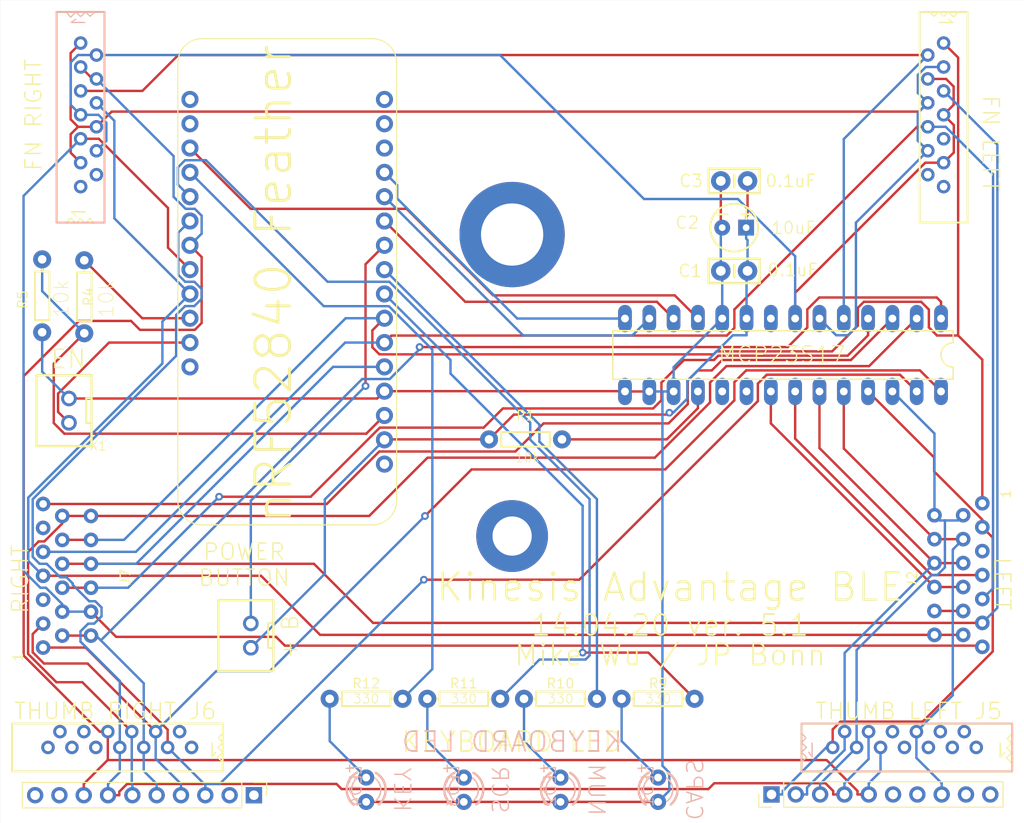
<source format=kicad_pcb>
(kicad_pcb (version 20171130) (host pcbnew 5.1.5-1.fc31)

  (general
    (thickness 1.6)
    (drawings 66)
    (tracks 477)
    (zones 0)
    (modules 30)
    (nets 83)
  )

  (page A4)
  (layers
    (0 Top signal hide)
    (31 Bottom signal hide)
    (32 B.Adhes user)
    (33 F.Adhes user)
    (34 B.Paste user hide)
    (35 F.Paste user hide)
    (36 B.SilkS user)
    (37 F.SilkS user)
    (38 B.Mask user)
    (39 F.Mask user)
    (40 Dwgs.User user hide)
    (41 Cmts.User user hide)
    (42 Eco1.User user hide)
    (43 Eco2.User user hide)
    (44 Edge.Cuts user)
    (45 Margin user)
    (46 B.CrtYd user)
    (47 F.CrtYd user)
    (48 B.Fab user)
    (49 F.Fab user)
  )

  (setup
    (last_trace_width 0.25)
    (trace_clearance 0.2)
    (zone_clearance 0.508)
    (zone_45_only yes)
    (trace_min 0.2)
    (via_size 0.8)
    (via_drill 0.4)
    (via_min_size 0.4)
    (via_min_drill 0.3)
    (uvia_size 0.3)
    (uvia_drill 0.1)
    (uvias_allowed no)
    (uvia_min_size 0.2)
    (uvia_min_drill 0.1)
    (edge_width 0.05)
    (segment_width 0.2)
    (pcb_text_width 0.3)
    (pcb_text_size 1.5 1.5)
    (mod_edge_width 0.12)
    (mod_text_size 1 1)
    (mod_text_width 0.15)
    (pad_size 4.1 2.2)
    (pad_drill 4.1)
    (pad_to_mask_clearance 0.0508)
    (solder_mask_min_width 0.101)
    (aux_axis_origin 0 0)
    (visible_elements FFFFE77F)
    (pcbplotparams
      (layerselection 0x010fc_ffffffff)
      (usegerberextensions true)
      (usegerberattributes false)
      (usegerberadvancedattributes false)
      (creategerberjobfile false)
      (excludeedgelayer true)
      (linewidth 0.100000)
      (plotframeref false)
      (viasonmask false)
      (mode 1)
      (useauxorigin false)
      (hpglpennumber 1)
      (hpglpenspeed 20)
      (hpglpendiameter 15.000000)
      (psnegative false)
      (psa4output false)
      (plotreference true)
      (plotvalue true)
      (plotinvisibletext false)
      (padsonsilk false)
      (subtractmaskfromsilk false)
      (outputformat 1)
      (mirror false)
      (drillshape 0)
      (scaleselection 1)
      (outputdirectory "./gerbers/"))
  )

  (net 0 "")
  (net 1 VBAT)
  (net 2 "Net-(U$1-Pad1)")
  (net 3 /3V@1)
  (net 4 /AREF)
  (net 5 /GND)
  (net 6 "Net-(U$1-Pad16)")
  (net 7 "Net-(U$1-Pad15)")
  (net 8 "Net-(U$1-Pad14)")
  (net 9 /MISO)
  (net 10 /MOSI)
  (net 11 /SCK)
  (net 12 /BLUE)
  (net 13 /NUM)
  (net 14 /CAPS)
  (net 15 /ROW-1)
  (net 16 /ROW-2)
  (net 17 /ROW-3)
  (net 18 "Net-(U$1-Pad17)")
  (net 19 "Net-(U$1-Pad18)")
  (net 20 /SS)
  (net 21 /KEY)
  (net 22 /SCR)
  (net 23 /ROW-7)
  (net 24 /ROW-6)
  (net 25 /ROW-5)
  (net 26 /ROW-4)
  (net 27 "Net-(R4-PadP$1)")
  (net 28 /EN)
  (net 29 "Net-(U$2-PadP$13)")
  (net 30 "Net-(U$2-PadP$12)")
  (net 31 /COL-N)
  (net 32 /COL-O)
  (net 33 /COL-M)
  (net 34 "Net-(U$3-PadP$13)")
  (net 35 "Net-(U$3-PadP$12)")
  (net 36 "Net-(U$3-PadP$9)")
  (net 37 /COL-K)
  (net 38 /COL-J)
  (net 39 /COL-L)
  (net 40 /COL-H)
  (net 41 /COL-I)
  (net 42 /COL-G)
  (net 43 /COL-F)
  (net 44 /COL-E)
  (net 45 /COL-D)
  (net 46 /COL-C)
  (net 47 /COL-B)
  (net 48 /COL-A)
  (net 49 "Net-(U$6-PadP$13)")
  (net 50 "Net-(U$6-PadP$12)")
  (net 51 "Net-(U$6-PadP$11)")
  (net 52 "Net-(U$6-PadP$10)")
  (net 53 "Net-(U$6-PadP$9)")
  (net 54 "Net-(U$6-PadP$7)")
  (net 55 "Net-(U$7-PadP$13)")
  (net 56 "Net-(U$7-PadP$12)")
  (net 57 "Net-(U$7-PadP$11)")
  (net 58 "Net-(U$7-PadP$10)")
  (net 59 "Net-(U$7-PadP$9)")
  (net 60 "Net-(U$7-PadP$2)")
  (net 61 "Net-(U$7-PadP$1)")
  (net 62 "Net-(MCP23S17-Pad18)")
  (net 63 "Net-(LED1-PadA)")
  (net 64 "Net-(LED2-PadA)")
  (net 65 "Net-(LED3-PadA)")
  (net 66 "Net-(LED4-PadA)")
  (net 67 "Net-(MCP23S17-Pad20)")
  (net 68 "Net-(MCP23S17-Pad19)")
  (net 69 "Net-(MCP23S17-Pad8)")
  (net 70 "Net-(J5_ribbon1-Pad10)")
  (net 71 "Net-(J5_ribbon1-Pad9)")
  (net 72 "Net-(J5_ribbon1-Pad7)")
  (net 73 "Net-(J5_ribbon1-Pad6)")
  (net 74 "Net-(J6_ribbon1-Pad1)")
  (net 75 "Net-(J6_ribbon1-Pad2)")
  (net 76 "Net-(J6_ribbon1-Pad9)")
  (net 77 "Net-(J6_ribbon1-Pad10)")
  (net 78 "Net-(J7-Pad5)")
  (net 79 "Net-(J7-Pad11)")
  (net 80 "Net-(U$6-PadP$6)")
  (net 81 "Net-(J2-Pad5)")
  (net 82 "Net-(J2-Pad10)")

  (net_class Default "This is the default net class."
    (clearance 0.2)
    (trace_width 0.25)
    (via_dia 0.8)
    (via_drill 0.4)
    (uvia_dia 0.3)
    (uvia_drill 0.1)
    (add_net /3V@1)
    (add_net /AREF)
    (add_net /BLUE)
    (add_net /CAPS)
    (add_net /COL-A)
    (add_net /COL-B)
    (add_net /COL-C)
    (add_net /COL-D)
    (add_net /COL-E)
    (add_net /COL-F)
    (add_net /COL-G)
    (add_net /COL-H)
    (add_net /COL-I)
    (add_net /COL-J)
    (add_net /COL-K)
    (add_net /COL-L)
    (add_net /COL-M)
    (add_net /COL-N)
    (add_net /COL-O)
    (add_net /EN)
    (add_net /GND)
    (add_net /KEY)
    (add_net /MISO)
    (add_net /MOSI)
    (add_net /NUM)
    (add_net /ROW-1)
    (add_net /ROW-2)
    (add_net /ROW-3)
    (add_net /ROW-4)
    (add_net /ROW-5)
    (add_net /ROW-6)
    (add_net /ROW-7)
    (add_net /SCK)
    (add_net /SCR)
    (add_net /SS)
    (add_net "Net-(J2-Pad10)")
    (add_net "Net-(J2-Pad5)")
    (add_net "Net-(J5_ribbon1-Pad10)")
    (add_net "Net-(J5_ribbon1-Pad6)")
    (add_net "Net-(J5_ribbon1-Pad7)")
    (add_net "Net-(J5_ribbon1-Pad9)")
    (add_net "Net-(J6_ribbon1-Pad1)")
    (add_net "Net-(J6_ribbon1-Pad10)")
    (add_net "Net-(J6_ribbon1-Pad2)")
    (add_net "Net-(J6_ribbon1-Pad9)")
    (add_net "Net-(J7-Pad11)")
    (add_net "Net-(J7-Pad5)")
    (add_net "Net-(LED1-PadA)")
    (add_net "Net-(LED2-PadA)")
    (add_net "Net-(LED3-PadA)")
    (add_net "Net-(LED4-PadA)")
    (add_net "Net-(MCP23S17-Pad18)")
    (add_net "Net-(MCP23S17-Pad19)")
    (add_net "Net-(MCP23S17-Pad20)")
    (add_net "Net-(MCP23S17-Pad8)")
    (add_net "Net-(R4-PadP$1)")
    (add_net "Net-(U$1-Pad1)")
    (add_net "Net-(U$1-Pad14)")
    (add_net "Net-(U$1-Pad15)")
    (add_net "Net-(U$1-Pad16)")
    (add_net "Net-(U$1-Pad17)")
    (add_net "Net-(U$1-Pad18)")
    (add_net "Net-(U$2-PadP$12)")
    (add_net "Net-(U$2-PadP$13)")
    (add_net "Net-(U$3-PadP$12)")
    (add_net "Net-(U$3-PadP$13)")
    (add_net "Net-(U$3-PadP$9)")
    (add_net "Net-(U$6-PadP$10)")
    (add_net "Net-(U$6-PadP$11)")
    (add_net "Net-(U$6-PadP$12)")
    (add_net "Net-(U$6-PadP$13)")
    (add_net "Net-(U$6-PadP$6)")
    (add_net "Net-(U$6-PadP$7)")
    (add_net "Net-(U$6-PadP$9)")
    (add_net "Net-(U$7-PadP$1)")
    (add_net "Net-(U$7-PadP$10)")
    (add_net "Net-(U$7-PadP$11)")
    (add_net "Net-(U$7-PadP$12)")
    (add_net "Net-(U$7-PadP$13)")
    (add_net "Net-(U$7-PadP$2)")
    (add_net "Net-(U$7-PadP$9)")
    (add_net VBAT)
  )

  (module MountingHole:MountingHole_6.4mm_M6_DIN965_Pad (layer Top) (tedit 5E962E54) (tstamp 5E95F587)
    (at 148.5 86.5)
    (descr "Mounting Hole 6.4mm, M6, DIN965")
    (tags "mounting hole 6.4mm m6 din965")
    (attr virtual)
    (fp_text reference Hole1 (at 0 -6.5) (layer F.SilkS) hide
      (effects (font (size 1 1) (thickness 0.15)))
    )
    (fp_text value MountingHole_6.5mm_M6_DIN965_Pad (at 0 6.5) (layer F.Fab) hide
      (effects (font (size 1 1) (thickness 0.15)))
    )
    (fp_text user %R (at 0.3 0) (layer F.Fab) hide
      (effects (font (size 1 1) (thickness 0.15)))
    )
    (fp_circle (center 0 0) (end 5.5 0) (layer Cmts.User) (width 0.15))
    (fp_circle (center 0 0) (end 5.75 0) (layer F.CrtYd) (width 0.05))
    (pad "" np_thru_hole circle (at 0 0) (size 11 11) (drill 6.5) (layers *.Cu *.Mask))
  )

  (module "KinesisMolex:alignment kinesis" (layer Top) (tedit 5E962E78) (tstamp 5E9631A7)
    (at 108.1 109.7)
    (fp_text reference align1 (at 0 2) (layer F.SilkS) hide
      (effects (font (size 1 1) (thickness 0.15)))
    )
    (fp_text value "alignment kinesis" (at 0 -2) (layer F.Fab) hide
      (effects (font (size 1 1) (thickness 0.15)))
    )
    (pad "" np_thru_hole oval (at 0 0) (size 4.1 2.2) (drill oval 4.1 2.2) (layers *.Cu *.Mask))
  )

  (module "KinesisMolex:alignment kinesis" (layer Top) (tedit 5E962E86) (tstamp 5E96318D)
    (at 188.9 109.7)
    (fp_text reference align2 (at 0 2) (layer F.SilkS) hide
      (effects (font (size 1 1) (thickness 0.15)))
    )
    (fp_text value "alignment kinesis" (at 0 -2) (layer F.Fab) hide
      (effects (font (size 1 1) (thickness 0.15)))
    )
    (pad "" np_thru_hole oval (at 0 0) (size 4.1 2.2) (drill oval 4.1 2.2) (layers *.Cu *.Mask))
  )

  (module MountingHole:MountingHole_4.3mm_M4_DIN965_Pad (layer Top) (tedit 5E9608E0) (tstamp 5E9625C3)
    (at 148.5 118)
    (descr "Mounting Hole 4.3mm, M4, DIN965")
    (tags "mounting hole 4.3mm m4 din965")
    (attr virtual)
    (fp_text reference hole2 (at 0 -4.75) (layer F.SilkS) hide
      (effects (font (size 1 1) (thickness 0.15)))
    )
    (fp_text value MountingHole_4.3mm_M4_DIN965_Pad (at 0 4.75) (layer F.Fab) hide
      (effects (font (size 1 1) (thickness 0.15)))
    )
    (fp_circle (center 0 0) (end 4 0) (layer F.CrtYd) (width 0.05))
    (fp_circle (center 0 0) (end 3.75 0) (layer Cmts.User) (width 0.15))
    (fp_text user %R (at 0.3 0) (layer F.Fab)
      (effects (font (size 1 1) (thickness 0.15)))
    )
    (pad "" np_thru_hole circle (at 0 0) (size 7.5 7.5) (drill 4.1) (layers *.Cu *.Mask))
  )

  (module "kinesisBLE V5:TOPLINKS_STAPELBERG" (layer Top) (tedit 0) (tstamp 5E8F6E1A)
    (at 103.501 74.0036)
    (descr "Package generated by <b>make-group2pac.ulp</b><p> from: /Users/forkeverything/Code/Arduino/USB2BLE/BLEKeyboard/PCB/stapelberg.brd<br> at: 20/9/18 10:06 AM")
    (path /A8B04D1A)
    (fp_text reference U$2 (at 0 0) (layer F.SilkS) hide
      (effects (font (size 1.27 1.27) (thickness 0.15)))
    )
    (fp_text value "Cvilux CF01131V000" (at 0 0) (layer F.SilkS) hide
      (effects (font (size 1.27 1.27) (thickness 0.15)))
    )
    (fp_line (start -1.08 -9.66) (end 0.37 -9.66) (layer B.SilkS) (width 0.127))
    (fp_line (start -0.58 -10.01) (end -1.08 -9.66) (layer B.SilkS) (width 0.127))
    (fp_line (start -1.13 -10.21) (end -1.58 -10.76) (layer B.SilkS) (width 0.127))
    (fp_line (start -0.58 -10.76) (end -1.13 -10.21) (layer B.SilkS) (width 0.127))
    (fp_line (start -0.08 -10.26) (end -0.58 -10.76) (layer B.SilkS) (width 0.127))
    (fp_line (start 0.42 -10.76) (end -0.08 -10.26) (layer B.SilkS) (width 0.127))
    (fp_line (start 0.92 -10.31) (end 0.42 -10.76) (layer B.SilkS) (width 0.127))
    (fp_line (start 1.42 -10.76) (end 0.92 -10.31) (layer B.SilkS) (width 0.127))
    (fp_line (start 1.42 -10.76) (end 2.42 -10.76) (layer B.SilkS) (width 0.2032))
    (fp_line (start 0.42 -10.76) (end 1.42 -10.76) (layer B.SilkS) (width 0.2032))
    (fp_line (start -0.58 -10.76) (end 0.42 -10.76) (layer B.SilkS) (width 0.2032))
    (fp_line (start -1.58 -10.76) (end -0.58 -10.76) (layer B.SilkS) (width 0.2032))
    (fp_line (start -2.58 -10.76) (end -1.58 -10.76) (layer B.SilkS) (width 0.2032))
    (fp_line (start -2.58 11.24) (end -2.58 -10.76) (layer B.SilkS) (width 0.2032))
    (fp_line (start 2.42 11.24) (end -2.58 11.24) (layer B.SilkS) (width 0.2032))
    (fp_line (start 2.42 -10.76) (end 2.42 11.24) (layer B.SilkS) (width 0.2032))
    (pad P$13 thru_hole circle (at -0.08 7.49 270) (size 1.4096 1.4096) (drill 0.8) (layers *.Cu *.Mask)
      (net 29 "Net-(U$2-PadP$13)") (solder_mask_margin 0.1016))
    (pad P$12 thru_hole circle (at 1.57 6.24 270) (size 1.4096 1.4096) (drill 0.8) (layers *.Cu *.Mask)
      (net 30 "Net-(U$2-PadP$12)") (solder_mask_margin 0.1016))
    (pad P$11 thru_hole circle (at -0.08 4.99 270) (size 1.4096 1.4096) (drill 0.8) (layers *.Cu *.Mask)
      (net 31 /COL-N) (solder_mask_margin 0.1016))
    (pad P$10 thru_hole circle (at 1.57 3.74 270) (size 1.4096 1.4096) (drill 0.8) (layers *.Cu *.Mask)
      (net 32 /COL-O) (solder_mask_margin 0.1016))
    (pad P$9 thru_hole circle (at -0.08 2.49 270) (size 1.4096 1.4096) (drill 0.8) (layers *.Cu *.Mask)
      (net 25 /ROW-5) (solder_mask_margin 0.1016))
    (pad P$8 thru_hole circle (at 1.57 1.24 270) (size 1.4096 1.4096) (drill 0.8) (layers *.Cu *.Mask)
      (net 31 /COL-N) (solder_mask_margin 0.1016))
    (pad P$7 thru_hole circle (at -0.08 -0.01 270) (size 1.4096 1.4096) (drill 0.8) (layers *.Cu *.Mask)
      (net 32 /COL-O) (solder_mask_margin 0.1016))
    (pad P$6 thru_hole circle (at 1.57 -1.26 270) (size 1.4096 1.4096) (drill 0.8) (layers *.Cu *.Mask)
      (net 26 /ROW-4) (solder_mask_margin 0.1016))
    (pad P$5 thru_hole circle (at -0.08 -2.51 270) (size 1.4096 1.4096) (drill 0.8) (layers *.Cu *.Mask)
      (net 33 /COL-M) (solder_mask_margin 0.1016))
    (pad P$4 thru_hole circle (at 1.57 -3.76 270) (size 1.4096 1.4096) (drill 0.8) (layers *.Cu *.Mask)
      (net 24 /ROW-6) (solder_mask_margin 0.1016))
    (pad P$3 thru_hole circle (at -0.08 -5.01 270) (size 1.4096 1.4096) (drill 0.8) (layers *.Cu *.Mask)
      (net 24 /ROW-6) (solder_mask_margin 0.1016))
    (pad P$2 thru_hole circle (at 1.57 -6.26 270) (size 1.4096 1.4096) (drill 0.8) (layers *.Cu *.Mask)
      (net 32 /COL-O) (solder_mask_margin 0.1016))
    (pad P$1 thru_hole circle (at -0.08 -7.51 270) (size 1.4096 1.4096) (drill 0.8) (layers *.Cu *.Mask)
      (net 31 /COL-N) (solder_mask_margin 0.1016))
  )

  (module "KinesisMolex:molex 39-53-2134" (layer Top) (tedit 5E94FB45) (tstamp 5E956F1E)
    (at 101 122.15 270)
    (path /5ED26FEE)
    (fp_text reference J7 (at 0.15 -7.1 90) (layer F.SilkS)
      (effects (font (size 1 1) (thickness 0.15)))
    )
    (fp_text value CF01131V000 (at 0.25 -5.75 90) (layer F.Fab) hide
      (effects (font (size 1 1) (thickness 0.15)))
    )
    (fp_line (start -11 -4.5) (end -11 5.5) (layer F.Fab) (width 0.12))
    (fp_line (start 11 -4.5) (end 11 5.5) (layer F.Fab) (width 0.12))
    (fp_line (start -11 5.5) (end 11 5.5) (layer F.Fab) (width 0.12))
    (fp_line (start 11 -4.5) (end -11 -4.5) (layer F.Fab) (width 0.12))
    (fp_line (start 9.5 0.5) (end 11 -0.25) (layer F.Fab) (width 0.12))
    (fp_line (start 11 -0.25) (end 9.5 -1) (layer F.Fab) (width 0.12))
    (fp_line (start 9.5 -1) (end 11 -1.75) (layer F.Fab) (width 0.12))
    (fp_line (start 9.5 0.5) (end 11 1.25) (layer F.Fab) (width 0.12))
    (fp_line (start 11 1.25) (end 9.5 1.75) (layer F.Fab) (width 0.12))
    (fp_line (start 9.5 1.75) (end 11 2.75) (layer F.Fab) (width 0.12))
    (fp_text user 1 (at 8.5 4.125 90) (layer F.SilkS)
      (effects (font (size 1 1) (thickness 0.15)))
    )
    (pad 12 thru_hole circle (at -6.25 -3.5 270) (size 1.524 1.524) (drill 0.8) (layers *.Cu *.Mask)
      (net 38 /COL-J))
    (pad 10 thru_hole circle (at -3.75 -3.5 270) (size 1.524 1.524) (drill 0.8) (layers *.Cu *.Mask)
      (net 15 /ROW-1))
    (pad 8 thru_hole circle (at -1.25 -3.5 270) (size 1.524 1.524) (drill 0.8) (layers *.Cu *.Mask)
      (net 17 /ROW-3))
    (pad 6 thru_hole circle (at 1.25 -3.5 270) (size 1.524 1.524) (drill 0.8) (layers *.Cu *.Mask)
      (net 39 /COL-L))
    (pad 4 thru_hole circle (at 3.75 -3.5 270) (size 1.524 1.524) (drill 0.8) (layers *.Cu *.Mask)
      (net 25 /ROW-5))
    (pad 2 thru_hole circle (at 6.25 -3.5 270) (size 1.524 1.524) (drill 0.8) (layers *.Cu *.Mask)
      (net 41 /COL-I))
    (pad 8 thru_hole circle (at -1.25 -0.5 270) (size 1.524 1.524) (drill 0.8) (layers *.Cu *.Mask)
      (net 17 /ROW-3))
    (pad 2 thru_hole circle (at 6.25 -0.5 270) (size 1.524 1.524) (drill 0.8) (layers *.Cu *.Mask)
      (net 41 /COL-I))
    (pad 4 thru_hole circle (at 3.75 -0.5 270) (size 1.524 1.524) (drill 0.8) (layers *.Cu *.Mask)
      (net 25 /ROW-5))
    (pad 6 thru_hole circle (at 1.25 -0.5 270) (size 1.524 1.524) (drill 0.8) (layers *.Cu *.Mask)
      (net 39 /COL-L))
    (pad 10 thru_hole circle (at -3.75 -0.5 270) (size 1.524 1.524) (drill 0.8) (layers *.Cu *.Mask)
      (net 15 /ROW-1))
    (pad 12 thru_hole circle (at -6.25 -0.5 270) (size 1.524 1.524) (drill 0.8) (layers *.Cu *.Mask)
      (net 38 /COL-J))
    (pad 9 thru_hole circle (at -2.5 1.5 270) (size 1.524 1.524) (drill 0.8) (layers *.Cu *.Mask)
      (net 16 /ROW-2))
    (pad 7 thru_hole circle (at 0 1.5 270) (size 1.524 1.524) (drill 0.8) (layers *.Cu *.Mask)
      (net 26 /ROW-4))
    (pad 3 thru_hole circle (at 5 1.5 270) (size 1.524 1.524) (drill 0.8) (layers *.Cu *.Mask)
      (net 40 /COL-H))
    (pad 5 thru_hole circle (at 2.5 1.5 270) (size 1.524 1.524) (drill 0.8) (layers *.Cu *.Mask)
      (net 78 "Net-(J7-Pad5)"))
    (pad 1 thru_hole circle (at 7.5 1.5 270) (size 1.524 1.524) (drill 0.8) (layers *.Cu *.Mask)
      (net 42 /COL-G))
    (pad 11 thru_hole circle (at -5 1.5 270) (size 1.524 1.524) (drill 0.8) (layers *.Cu *.Mask)
      (net 79 "Net-(J7-Pad11)"))
    (pad 13 thru_hole circle (at -7.5 1.5 270) (size 1.524 1.524) (drill 0.8) (layers *.Cu *.Mask)
      (net 37 /COL-K))
  )

  (module Connector_PinHeader_2.54mm:PinHeader_1x10_P2.54mm_Vertical (layer Top) (tedit 59FED5CC) (tstamp 5E94E639)
    (at 175.6 145 90)
    (descr "Through hole straight pin header, 1x10, 2.54mm pitch, single row")
    (tags "Through hole pin header THT 1x10 2.54mm single row")
    (path /5E9AB9D5)
    (fp_text reference J5_ribbon1 (at 0 -2.33 90) (layer F.SilkS) hide
      (effects (font (size 1 1) (thickness 0.15)))
    )
    (fp_text value PinHeader_1x10_P2.54mm (at 0 25.19 90) (layer F.Fab) hide
      (effects (font (size 1 1) (thickness 0.15)))
    )
    (fp_line (start -0.635 -1.27) (end 1.27 -1.27) (layer F.Fab) (width 0.1))
    (fp_line (start 1.27 -1.27) (end 1.27 24.13) (layer F.Fab) (width 0.1))
    (fp_line (start 1.27 24.13) (end -1.27 24.13) (layer F.Fab) (width 0.1))
    (fp_line (start -1.27 24.13) (end -1.27 -0.635) (layer F.Fab) (width 0.1))
    (fp_line (start -1.27 -0.635) (end -0.635 -1.27) (layer F.Fab) (width 0.1))
    (fp_line (start -1.33 24.19) (end 1.33 24.19) (layer F.SilkS) (width 0.12))
    (fp_line (start -1.33 1.27) (end -1.33 24.19) (layer F.SilkS) (width 0.12))
    (fp_line (start 1.33 1.27) (end 1.33 24.19) (layer F.SilkS) (width 0.12))
    (fp_line (start -1.33 1.27) (end 1.33 1.27) (layer F.SilkS) (width 0.12))
    (fp_line (start -1.33 0) (end -1.33 -1.33) (layer F.SilkS) (width 0.12))
    (fp_line (start -1.33 -1.33) (end 0 -1.33) (layer F.SilkS) (width 0.12))
    (fp_line (start -1.8 -1.8) (end -1.8 24.65) (layer F.CrtYd) (width 0.05))
    (fp_line (start -1.8 24.65) (end 1.8 24.65) (layer F.CrtYd) (width 0.05))
    (fp_line (start 1.8 24.65) (end 1.8 -1.8) (layer F.CrtYd) (width 0.05))
    (fp_line (start 1.8 -1.8) (end -1.8 -1.8) (layer F.CrtYd) (width 0.05))
    (fp_text user %R (at 0 11.43) (layer F.Fab)
      (effects (font (size 1 1) (thickness 0.15)))
    )
    (pad 1 thru_hole rect (at 0 0 90) (size 1.7 1.7) (drill 1) (layers *.Cu *.Mask)
      (net 44 /COL-E))
    (pad 2 thru_hole oval (at 0 2.54 90) (size 1.7 1.7) (drill 1) (layers *.Cu *.Mask)
      (net 46 /COL-C))
    (pad 3 thru_hole oval (at 0 5.08 90) (size 1.7 1.7) (drill 1) (layers *.Cu *.Mask)
      (net 43 /COL-F))
    (pad 4 thru_hole oval (at 0 7.62 90) (size 1.7 1.7) (drill 1) (layers *.Cu *.Mask)
      (net 23 /ROW-7))
    (pad 5 thru_hole oval (at 0 10.16 90) (size 1.7 1.7) (drill 1) (layers *.Cu *.Mask)
      (net 24 /ROW-6))
    (pad 6 thru_hole oval (at 0 12.7 90) (size 1.7 1.7) (drill 1) (layers *.Cu *.Mask)
      (net 73 "Net-(J5_ribbon1-Pad6)"))
    (pad 7 thru_hole oval (at 0 15.24 90) (size 1.7 1.7) (drill 1) (layers *.Cu *.Mask)
      (net 72 "Net-(J5_ribbon1-Pad7)"))
    (pad 8 thru_hole oval (at 0 17.78 90) (size 1.7 1.7) (drill 1) (layers *.Cu *.Mask)
      (net 45 /COL-D))
    (pad 9 thru_hole oval (at 0 20.32 90) (size 1.7 1.7) (drill 1) (layers *.Cu *.Mask)
      (net 71 "Net-(J5_ribbon1-Pad9)"))
    (pad 10 thru_hole oval (at 0 22.86 90) (size 1.7 1.7) (drill 1) (layers *.Cu *.Mask)
      (net 70 "Net-(J5_ribbon1-Pad10)"))
    (model ${KISYS3DMOD}/Connector_PinHeader_2.54mm.3dshapes/PinHeader_1x10_P2.54mm_Vertical.wrl
      (at (xyz 0 0 0))
      (scale (xyz 1 1 1))
      (rotate (xyz 0 0 0))
    )
  )

  (module "kinesisBLE V5:NRF52FEATHER" (layer Top) (tedit 0) (tstamp 5E8F6DF3)
    (at 125.001 92.704 90)
    (descr "\"Adafruit NRF52 Feather\"")
    (path /BABD3B23)
    (fp_text reference U$1 (at 0 0 90) (layer F.SilkS) hide
      (effects (font (size 1.27 1.27) (thickness 0.15)))
    )
    (fp_text value NRF52FEATHER (at 0 0 90) (layer F.SilkS) hide
      (effects (font (size 1.27 1.27) (thickness 0.15)))
    )
    (fp_line (start -21.59 11.43) (end 24.13 11.43) (layer F.SilkS) (width 0.12))
    (fp_arc (start 24.13 8.89) (end 24.13 11.43) (angle -90) (layer F.SilkS) (width 0.12))
    (fp_line (start 26.67 8.89) (end 26.67 -8.89) (layer F.SilkS) (width 0.12))
    (fp_arc (start 24.13 -8.89) (end 26.67 -8.89) (angle -90) (layer F.SilkS) (width 0.12))
    (fp_line (start 24.13 -11.43) (end -21.59 -11.43) (layer F.SilkS) (width 0.12))
    (fp_arc (start -21.59 -8.89) (end -21.59 -11.43) (angle -90) (layer F.SilkS) (width 0.12))
    (fp_arc (start -21.59 8.89) (end -24.13 8.89) (angle -90) (layer F.SilkS) (width 0.12))
    (fp_line (start -24.13 8.89) (end -24.13 -8.89) (layer F.SilkS) (width 0.12))
    (pad 28 thru_hole circle (at -7.62 -10.16 90) (size 1.778 1.778) (drill 1) (layers *.Cu *.Mask)
      (net 1 VBAT) (solder_mask_margin 0.1016))
    (pad 27 thru_hole circle (at -5.08 -10.16 90) (size 1.778 1.778) (drill 1) (layers *.Cu *.Mask)
      (net 28 /EN) (solder_mask_margin 0.1016))
    (pad 26 thru_hole circle (at -2.54 -10.16 90) (size 1.778 1.778) (drill 1) (layers *.Cu *.Mask)
      (net 27 "Net-(R4-PadP$1)") (solder_mask_margin 0.1016))
    (pad 25 thru_hole circle (at 0 -10.16 90) (size 1.778 1.778) (drill 1) (layers *.Cu *.Mask)
      (net 26 /ROW-4) (solder_mask_margin 0.1016))
    (pad 24 thru_hole circle (at 2.54 -10.16 90) (size 1.778 1.778) (drill 1) (layers *.Cu *.Mask)
      (net 25 /ROW-5) (solder_mask_margin 0.1016))
    (pad 23 thru_hole circle (at 5.08 -10.16 90) (size 1.778 1.778) (drill 1) (layers *.Cu *.Mask)
      (net 24 /ROW-6) (solder_mask_margin 0.1016))
    (pad 22 thru_hole circle (at 7.62 -10.16 90) (size 1.778 1.778) (drill 1) (layers *.Cu *.Mask)
      (net 23 /ROW-7) (solder_mask_margin 0.1016))
    (pad 21 thru_hole circle (at 10.16 -10.16 90) (size 1.778 1.778) (drill 1) (layers *.Cu *.Mask)
      (net 22 /SCR) (solder_mask_margin 0.1016))
    (pad 20 thru_hole circle (at 12.7 -10.16 90) (size 1.778 1.778) (drill 1) (layers *.Cu *.Mask)
      (net 21 /KEY) (solder_mask_margin 0.1016))
    (pad 19 thru_hole circle (at 15.24 -10.16 90) (size 1.778 1.778) (drill 1) (layers *.Cu *.Mask)
      (net 20 /SS) (solder_mask_margin 0.1016))
    (pad 18 thru_hole circle (at 17.78 -10.16 90) (size 1.778 1.778) (drill 1) (layers *.Cu *.Mask)
      (net 19 "Net-(U$1-Pad18)") (solder_mask_margin 0.1016))
    (pad 17 thru_hole circle (at 20.32 -10.16 90) (size 1.778 1.778) (drill 1) (layers *.Cu *.Mask)
      (net 18 "Net-(U$1-Pad17)") (solder_mask_margin 0.1016))
    (pad 5 thru_hole circle (at -7.62 10.16 90) (size 1.778 1.778) (drill 1) (layers *.Cu *.Mask)
      (net 17 /ROW-3) (solder_mask_margin 0.1016))
    (pad 6 thru_hole circle (at -5.08 10.16 90) (size 1.778 1.778) (drill 1) (layers *.Cu *.Mask)
      (net 16 /ROW-2) (solder_mask_margin 0.1016))
    (pad 7 thru_hole circle (at -2.54 10.16 90) (size 1.778 1.778) (drill 1) (layers *.Cu *.Mask)
      (net 15 /ROW-1) (solder_mask_margin 0.1016))
    (pad 8 thru_hole circle (at 0 10.16 90) (size 1.778 1.778) (drill 1) (layers *.Cu *.Mask)
      (net 14 /CAPS) (solder_mask_margin 0.1016))
    (pad 9 thru_hole circle (at 2.54 10.16 90) (size 1.778 1.778) (drill 1) (layers *.Cu *.Mask)
      (net 13 /NUM) (solder_mask_margin 0.1016))
    (pad 10 thru_hole circle (at 5.08 10.16 90) (size 1.778 1.778) (drill 1) (layers *.Cu *.Mask)
      (net 12 /BLUE) (solder_mask_margin 0.1016))
    (pad 11 thru_hole circle (at 7.62 10.16 90) (size 1.778 1.778) (drill 1) (layers *.Cu *.Mask)
      (net 11 /SCK) (solder_mask_margin 0.1016))
    (pad 12 thru_hole circle (at 10.16 10.16 90) (size 1.778 1.778) (drill 1) (layers *.Cu *.Mask)
      (net 10 /MOSI) (solder_mask_margin 0.1016))
    (pad 13 thru_hole circle (at 12.7 10.16 90) (size 1.778 1.778) (drill 1) (layers *.Cu *.Mask)
      (net 9 /MISO) (solder_mask_margin 0.1016))
    (pad 14 thru_hole circle (at 15.24 10.16 90) (size 1.778 1.778) (drill 1) (layers *.Cu *.Mask)
      (net 8 "Net-(U$1-Pad14)") (solder_mask_margin 0.1016))
    (pad 15 thru_hole circle (at 17.78 10.16 90) (size 1.778 1.778) (drill 1) (layers *.Cu *.Mask)
      (net 7 "Net-(U$1-Pad15)") (solder_mask_margin 0.1016))
    (pad 16 thru_hole circle (at 20.32 10.16 90) (size 1.778 1.778) (drill 1) (layers *.Cu *.Mask)
      (net 6 "Net-(U$1-Pad16)") (solder_mask_margin 0.1016))
    (pad 4 thru_hole circle (at -10.16 10.16 90) (size 1.778 1.778) (drill 1) (layers *.Cu *.Mask)
      (net 5 /GND) (solder_mask_margin 0.1016))
    (pad 3 thru_hole circle (at -12.7 10.16 90) (size 1.778 1.778) (drill 1) (layers *.Cu *.Mask)
      (net 4 /AREF) (solder_mask_margin 0.1016))
    (pad 2 thru_hole circle (at -15.24 10.16 90) (size 1.778 1.778) (drill 1) (layers *.Cu *.Mask)
      (net 3 /3V@1) (solder_mask_margin 0.1016))
    (pad 1 thru_hole circle (at -17.78 10.16 90) (size 1.778 1.778) (drill 1) (layers *.Cu *.Mask)
      (net 2 "Net-(U$1-Pad1)") (solder_mask_margin 0.1016))
  )

  (module "kinesisBLE V5:TOPLINKS_STAPELBERG" (layer Bottom) (tedit 0) (tstamp 5E8F6E3A)
    (at 193.501 74.0036 180)
    (descr "Package generated by <b>make-group2pac.ulp</b><p> from: /Users/forkeverything/Code/Arduino/USB2BLE/BLEKeyboard/PCB/stapelberg.brd<br> at: 20/9/18 10:06 AM")
    (path /54307519)
    (fp_text reference U$3 (at 0 0 180) (layer B.SilkS) hide
      (effects (font (size 1.27 1.27) (thickness 0.15)) (justify mirror))
    )
    (fp_text value "Cvilux CF01131V000" (at 0 0 180) (layer B.SilkS) hide
      (effects (font (size 1.27 1.27) (thickness 0.15)) (justify mirror))
    )
    (fp_line (start -1.08 9.66) (end 0.37 9.66) (layer F.SilkS) (width 0.127))
    (fp_line (start -0.58 10.01) (end -1.08 9.66) (layer F.SilkS) (width 0.127))
    (fp_line (start -1.13 10.21) (end -1.58 10.76) (layer F.SilkS) (width 0.127))
    (fp_line (start -0.58 10.76) (end -1.13 10.21) (layer F.SilkS) (width 0.127))
    (fp_line (start -0.08 10.26) (end -0.58 10.76) (layer F.SilkS) (width 0.127))
    (fp_line (start 0.42 10.76) (end -0.08 10.26) (layer F.SilkS) (width 0.127))
    (fp_line (start 0.92 10.31) (end 0.42 10.76) (layer F.SilkS) (width 0.127))
    (fp_line (start 1.42 10.76) (end 0.92 10.31) (layer F.SilkS) (width 0.127))
    (fp_line (start 1.42 10.76) (end 2.42 10.76) (layer F.SilkS) (width 0.2032))
    (fp_line (start 0.42 10.76) (end 1.42 10.76) (layer F.SilkS) (width 0.2032))
    (fp_line (start -0.58 10.76) (end 0.42 10.76) (layer F.SilkS) (width 0.2032))
    (fp_line (start -1.58 10.76) (end -0.58 10.76) (layer F.SilkS) (width 0.2032))
    (fp_line (start -2.58 10.76) (end -1.58 10.76) (layer F.SilkS) (width 0.2032))
    (fp_line (start -2.58 -11.24) (end -2.58 10.76) (layer F.SilkS) (width 0.2032))
    (fp_line (start 2.42 -11.24) (end -2.58 -11.24) (layer F.SilkS) (width 0.2032))
    (fp_line (start 2.42 10.76) (end 2.42 -11.24) (layer F.SilkS) (width 0.2032))
    (pad P$13 thru_hole circle (at -0.08 -7.49 270) (size 1.4096 1.4096) (drill 0.8) (layers *.Cu *.Mask)
      (net 34 "Net-(U$3-PadP$13)") (solder_mask_margin 0.1016))
    (pad P$12 thru_hole circle (at 1.57 -6.24 270) (size 1.4096 1.4096) (drill 0.8) (layers *.Cu *.Mask)
      (net 35 "Net-(U$3-PadP$12)") (solder_mask_margin 0.1016))
    (pad P$11 thru_hole circle (at -0.08 -4.99 270) (size 1.4096 1.4096) (drill 0.8) (layers *.Cu *.Mask)
      (net 32 /COL-O) (solder_mask_margin 0.1016))
    (pad P$10 thru_hole circle (at 1.57 -3.74 270) (size 1.4096 1.4096) (drill 0.8) (layers *.Cu *.Mask)
      (net 31 /COL-N) (solder_mask_margin 0.1016))
    (pad P$9 thru_hole circle (at -0.08 -2.49 270) (size 1.4096 1.4096) (drill 0.8) (layers *.Cu *.Mask)
      (net 36 "Net-(U$3-PadP$9)") (solder_mask_margin 0.1016))
    (pad P$8 thru_hole circle (at 1.57 -1.24 270) (size 1.4096 1.4096) (drill 0.8) (layers *.Cu *.Mask)
      (net 16 /ROW-2) (solder_mask_margin 0.1016))
    (pad P$7 thru_hole circle (at -0.08 0.01 270) (size 1.4096 1.4096) (drill 0.8) (layers *.Cu *.Mask)
      (net 32 /COL-O) (solder_mask_margin 0.1016))
    (pad P$6 thru_hole circle (at 1.57 1.26 270) (size 1.4096 1.4096) (drill 0.8) (layers *.Cu *.Mask)
      (net 31 /COL-N) (solder_mask_margin 0.1016))
    (pad P$5 thru_hole circle (at -0.08 2.51 270) (size 1.4096 1.4096) (drill 0.8) (layers *.Cu *.Mask)
      (net 17 /ROW-3) (solder_mask_margin 0.1016))
    (pad P$4 thru_hole circle (at 1.57 3.76 270) (size 1.4096 1.4096) (drill 0.8) (layers *.Cu *.Mask)
      (net 32 /COL-O) (solder_mask_margin 0.1016))
    (pad P$3 thru_hole circle (at -0.08 5.01 270) (size 1.4096 1.4096) (drill 0.8) (layers *.Cu *.Mask)
      (net 31 /COL-N) (solder_mask_margin 0.1016))
    (pad P$2 thru_hole circle (at 1.57 6.26 270) (size 1.4096 1.4096) (drill 0.8) (layers *.Cu *.Mask)
      (net 33 /COL-M) (solder_mask_margin 0.1016))
    (pad P$1 thru_hole circle (at -0.08 7.51 270) (size 1.4096 1.4096) (drill 0.8) (layers *.Cu *.Mask)
      (net 15 /ROW-1) (solder_mask_margin 0.1016))
  )

  (module "kinesisBLE V5:TOPLINKS_STAPELBERG" (layer Top) (tedit 0) (tstamp 5E8F6E9A)
    (at 189.501 140.004 90)
    (descr "Package generated by <b>make-group2pac.ulp</b><p> from: /Users/forkeverything/Code/Arduino/USB2BLE/BLEKeyboard/PCB/stapelberg.brd<br> at: 20/9/18 10:06 AM")
    (path /371C5F19)
    (fp_text reference U$6 (at 0 0 90) (layer F.SilkS) hide
      (effects (font (size 1.27 1.27) (thickness 0.15)))
    )
    (fp_text value "Cvilux CF01131V000" (at 0 0 90) (layer F.SilkS) hide
      (effects (font (size 1.27 1.27) (thickness 0.15)))
    )
    (fp_line (start -1.08 -9.66) (end 0.37 -9.66) (layer B.SilkS) (width 0.127))
    (fp_line (start -0.58 -10.01) (end -1.08 -9.66) (layer B.SilkS) (width 0.127))
    (fp_line (start -1.13 -10.21) (end -1.58 -10.76) (layer B.SilkS) (width 0.127))
    (fp_line (start -0.58 -10.76) (end -1.13 -10.21) (layer B.SilkS) (width 0.127))
    (fp_line (start -0.08 -10.26) (end -0.58 -10.76) (layer B.SilkS) (width 0.127))
    (fp_line (start 0.42 -10.76) (end -0.08 -10.26) (layer B.SilkS) (width 0.127))
    (fp_line (start 0.92 -10.31) (end 0.42 -10.76) (layer B.SilkS) (width 0.127))
    (fp_line (start 1.42 -10.76) (end 0.92 -10.31) (layer B.SilkS) (width 0.127))
    (fp_line (start 1.42 -10.76) (end 2.42 -10.76) (layer B.SilkS) (width 0.2032))
    (fp_line (start 0.42 -10.76) (end 1.42 -10.76) (layer B.SilkS) (width 0.2032))
    (fp_line (start -0.58 -10.76) (end 0.42 -10.76) (layer B.SilkS) (width 0.2032))
    (fp_line (start -1.58 -10.76) (end -0.58 -10.76) (layer B.SilkS) (width 0.2032))
    (fp_line (start -2.58 -10.76) (end -1.58 -10.76) (layer B.SilkS) (width 0.2032))
    (fp_line (start -2.58 11.24) (end -2.58 -10.76) (layer B.SilkS) (width 0.2032))
    (fp_line (start 2.42 11.24) (end -2.58 11.24) (layer B.SilkS) (width 0.2032))
    (fp_line (start 2.42 -10.76) (end 2.42 11.24) (layer B.SilkS) (width 0.2032))
    (pad P$13 thru_hole circle (at -0.08 7.49) (size 1.4096 1.4096) (drill 0.8) (layers *.Cu *.Mask)
      (net 49 "Net-(U$6-PadP$13)") (solder_mask_margin 0.1016))
    (pad P$12 thru_hole circle (at 1.57 6.24) (size 1.4096 1.4096) (drill 0.8) (layers *.Cu *.Mask)
      (net 50 "Net-(U$6-PadP$12)") (solder_mask_margin 0.1016))
    (pad P$11 thru_hole circle (at -0.08 4.99) (size 1.4096 1.4096) (drill 0.8) (layers *.Cu *.Mask)
      (net 51 "Net-(U$6-PadP$11)") (solder_mask_margin 0.1016))
    (pad P$10 thru_hole circle (at 1.57 3.74) (size 1.4096 1.4096) (drill 0.8) (layers *.Cu *.Mask)
      (net 52 "Net-(U$6-PadP$10)") (solder_mask_margin 0.1016))
    (pad P$9 thru_hole circle (at -0.08 2.49) (size 1.4096 1.4096) (drill 0.8) (layers *.Cu *.Mask)
      (net 53 "Net-(U$6-PadP$9)") (solder_mask_margin 0.1016))
    (pad P$8 thru_hole circle (at 1.57 1.24) (size 1.4096 1.4096) (drill 0.8) (layers *.Cu *.Mask)
      (net 45 /COL-D) (solder_mask_margin 0.1016))
    (pad P$7 thru_hole circle (at -0.08 -0.01) (size 1.4096 1.4096) (drill 0.8) (layers *.Cu *.Mask)
      (net 54 "Net-(U$6-PadP$7)") (solder_mask_margin 0.1016))
    (pad P$6 thru_hole circle (at 1.57 -1.26) (size 1.4096 1.4096) (drill 0.8) (layers *.Cu *.Mask)
      (net 80 "Net-(U$6-PadP$6)") (solder_mask_margin 0.1016))
    (pad P$5 thru_hole circle (at -0.08 -2.51) (size 1.4096 1.4096) (drill 0.8) (layers *.Cu *.Mask)
      (net 24 /ROW-6) (solder_mask_margin 0.1016))
    (pad P$4 thru_hole circle (at 1.57 -3.76) (size 1.4096 1.4096) (drill 0.8) (layers *.Cu *.Mask)
      (net 23 /ROW-7) (solder_mask_margin 0.1016))
    (pad P$3 thru_hole circle (at -0.08 -5.01) (size 1.4096 1.4096) (drill 0.8) (layers *.Cu *.Mask)
      (net 43 /COL-F) (solder_mask_margin 0.1016))
    (pad P$2 thru_hole circle (at 1.57 -6.26) (size 1.4096 1.4096) (drill 0.8) (layers *.Cu *.Mask)
      (net 46 /COL-C) (solder_mask_margin 0.1016))
    (pad P$1 thru_hole circle (at -0.08 -7.51) (size 1.4096 1.4096) (drill 0.8) (layers *.Cu *.Mask)
      (net 44 /COL-E) (solder_mask_margin 0.1016))
  )

  (module "kinesisBLE V5:TOPLINKS_STAPELBERG" (layer Bottom) (tedit 0) (tstamp 5E8F6EBA)
    (at 107.501 140.004 90)
    (descr "Package generated by <b>make-group2pac.ulp</b><p> from: /Users/forkeverything/Code/Arduino/USB2BLE/BLEKeyboard/PCB/stapelberg.brd<br> at: 20/9/18 10:06 AM")
    (path /BE1960E8)
    (fp_text reference U$7 (at 0 0 90) (layer B.SilkS) hide
      (effects (font (size 1.27 1.27) (thickness 0.15)) (justify mirror))
    )
    (fp_text value "Cvilux CF01131V000" (at 0 0 90) (layer B.SilkS) hide
      (effects (font (size 1.27 1.27) (thickness 0.15)) (justify mirror))
    )
    (fp_line (start -1.08 9.66) (end 0.37 9.66) (layer F.SilkS) (width 0.127))
    (fp_line (start -0.58 10.01) (end -1.08 9.66) (layer F.SilkS) (width 0.127))
    (fp_line (start -1.13 10.21) (end -1.58 10.76) (layer F.SilkS) (width 0.127))
    (fp_line (start -0.58 10.76) (end -1.13 10.21) (layer F.SilkS) (width 0.127))
    (fp_line (start -0.08 10.26) (end -0.58 10.76) (layer F.SilkS) (width 0.127))
    (fp_line (start 0.42 10.76) (end -0.08 10.26) (layer F.SilkS) (width 0.127))
    (fp_line (start 0.92 10.31) (end 0.42 10.76) (layer F.SilkS) (width 0.127))
    (fp_line (start 1.42 10.76) (end 0.92 10.31) (layer F.SilkS) (width 0.127))
    (fp_line (start 1.42 10.76) (end 2.42 10.76) (layer F.SilkS) (width 0.2032))
    (fp_line (start 0.42 10.76) (end 1.42 10.76) (layer F.SilkS) (width 0.2032))
    (fp_line (start -0.58 10.76) (end 0.42 10.76) (layer F.SilkS) (width 0.2032))
    (fp_line (start -1.58 10.76) (end -0.58 10.76) (layer F.SilkS) (width 0.2032))
    (fp_line (start -2.58 10.76) (end -1.58 10.76) (layer F.SilkS) (width 0.2032))
    (fp_line (start -2.58 -11.24) (end -2.58 10.76) (layer F.SilkS) (width 0.2032))
    (fp_line (start 2.42 -11.24) (end -2.58 -11.24) (layer F.SilkS) (width 0.2032))
    (fp_line (start 2.42 10.76) (end 2.42 -11.24) (layer F.SilkS) (width 0.2032))
    (pad P$13 thru_hole circle (at -0.08 -7.49 180) (size 1.4096 1.4096) (drill 0.8) (layers *.Cu *.Mask)
      (net 55 "Net-(U$7-PadP$13)") (solder_mask_margin 0.1016))
    (pad P$12 thru_hole circle (at 1.57 -6.24 180) (size 1.4096 1.4096) (drill 0.8) (layers *.Cu *.Mask)
      (net 56 "Net-(U$7-PadP$12)") (solder_mask_margin 0.1016))
    (pad P$11 thru_hole circle (at -0.08 -4.99 180) (size 1.4096 1.4096) (drill 0.8) (layers *.Cu *.Mask)
      (net 57 "Net-(U$7-PadP$11)") (solder_mask_margin 0.1016))
    (pad P$10 thru_hole circle (at 1.57 -3.74 180) (size 1.4096 1.4096) (drill 0.8) (layers *.Cu *.Mask)
      (net 58 "Net-(U$7-PadP$10)") (solder_mask_margin 0.1016))
    (pad P$9 thru_hole circle (at -0.08 -2.49 180) (size 1.4096 1.4096) (drill 0.8) (layers *.Cu *.Mask)
      (net 59 "Net-(U$7-PadP$9)") (solder_mask_margin 0.1016))
    (pad P$8 thru_hole circle (at 1.57 -1.24 180) (size 1.4096 1.4096) (drill 0.8) (layers *.Cu *.Mask)
      (net 24 /ROW-6) (solder_mask_margin 0.1016))
    (pad P$7 thru_hole circle (at -0.08 0.01 180) (size 1.4096 1.4096) (drill 0.8) (layers *.Cu *.Mask)
      (net 23 /ROW-7) (solder_mask_margin 0.1016))
    (pad P$6 thru_hole circle (at 1.57 1.26 180) (size 1.4096 1.4096) (drill 0.8) (layers *.Cu *.Mask)
      (net 38 /COL-J) (solder_mask_margin 0.1016))
    (pad P$5 thru_hole circle (at -0.08 2.51 180) (size 1.4096 1.4096) (drill 0.8) (layers *.Cu *.Mask)
      (net 41 /COL-I) (solder_mask_margin 0.1016))
    (pad P$4 thru_hole circle (at 1.57 3.76 180) (size 1.4096 1.4096) (drill 0.8) (layers *.Cu *.Mask)
      (net 40 /COL-H) (solder_mask_margin 0.1016))
    (pad P$3 thru_hole circle (at -0.08 5.01 180) (size 1.4096 1.4096) (drill 0.8) (layers *.Cu *.Mask)
      (net 42 /COL-G) (solder_mask_margin 0.1016))
    (pad P$2 thru_hole circle (at 1.57 6.26 180) (size 1.4096 1.4096) (drill 0.8) (layers *.Cu *.Mask)
      (net 60 "Net-(U$7-PadP$2)") (solder_mask_margin 0.1016))
    (pad P$1 thru_hole circle (at -0.08 7.51 180) (size 1.4096 1.4096) (drill 0.8) (layers *.Cu *.Mask)
      (net 61 "Net-(U$7-PadP$1)") (solder_mask_margin 0.1016))
  )

  (module "kinesisBLE V5:AXIAL-0.3" (layer Top) (tedit 0) (tstamp 5E8F6EDA)
    (at 149.9 107.9)
    (descr "<h3>AXIAL-0.3</h3>\n<p>Commonly used for 1/4W through-hole resistors. 0.3\" pitch between holes.</p>")
    (path /B9BAFB95)
    (fp_text reference R1 (at 0 -1.016) (layer F.SilkS) hide
      (effects (font (size 0.57912 0.57912) (thickness 0.115824)))
    )
    (fp_text value 10k (at 0 1.016) (layer F.SilkS) hide
      (effects (font (size 0.57912 0.57912) (thickness 0.115824)))
    )
    (fp_text user R1 (at 0 -1.9) (layer F.SilkS)
      (effects (font (size 1 1) (thickness 0.12192)) (justify bottom))
    )
    (fp_line (start -2.54 0) (end -2.794 0) (layer F.SilkS) (width 0.2032))
    (fp_line (start 2.54 0) (end 2.794 0) (layer F.SilkS) (width 0.2032))
    (fp_line (start -2.54 0) (end -2.54 -0.762) (layer F.SilkS) (width 0.2032))
    (fp_line (start -2.54 0.762) (end -2.54 0) (layer F.SilkS) (width 0.2032))
    (fp_line (start 2.54 0.762) (end -2.54 0.762) (layer F.SilkS) (width 0.2032))
    (fp_line (start 2.54 0) (end 2.54 0.762) (layer F.SilkS) (width 0.2032))
    (fp_line (start 2.54 -0.762) (end 2.54 0) (layer F.SilkS) (width 0.2032))
    (fp_line (start -2.54 -0.762) (end 2.54 -0.762) (layer F.SilkS) (width 0.2032))
    (pad P$2 thru_hole circle (at 3.81 0) (size 1.8796 1.8796) (drill 0.9) (layers *.Cu *.Mask)
      (net 62 "Net-(MCP23S17-Pad18)") (solder_mask_margin 0.1016))
    (pad P$1 thru_hole circle (at -3.81 0) (size 1.8796 1.8796) (drill 0.9) (layers *.Cu *.Mask)
      (net 3 /3V@1) (solder_mask_margin 0.1016))
  )

  (module "kinesisBLE V5:AXIAL-0.3" (layer Top) (tedit 0) (tstamp 5E8F6EE9)
    (at 103.8 93 270)
    (descr "<h3>AXIAL-0.3</h3>\n<p>Commonly used for 1/4W through-hole resistors. 0.3\" pitch between holes.</p>")
    (path /98DC0D12)
    (fp_text reference R4 (at 0 -1.016 90) (layer F.SilkS) hide
      (effects (font (size 0.57912 0.57912) (thickness 0.115824)))
    )
    (fp_text value 10k (at 0 1.016 90) (layer F.SilkS) hide
      (effects (font (size 0.57912 0.57912) (thickness 0.115824)))
    )
    (fp_text user >Value (at 0 1.016 90) (layer F.Fab)
      (effects (font (size 0.57912 0.57912) (thickness 0.12192)) (justify top))
    )
    (fp_text user R4 (at 0 -1.016 90) (layer F.SilkS)
      (effects (font (size 1 1) (thickness 0.12192)) (justify bottom))
    )
    (fp_line (start -2.54 0) (end -2.794 0) (layer F.SilkS) (width 0.2032))
    (fp_line (start 2.54 0) (end 2.794 0) (layer F.SilkS) (width 0.2032))
    (fp_line (start -2.54 0) (end -2.54 -0.762) (layer F.SilkS) (width 0.2032))
    (fp_line (start -2.54 0.762) (end -2.54 0) (layer F.SilkS) (width 0.2032))
    (fp_line (start 2.54 0.762) (end -2.54 0.762) (layer F.SilkS) (width 0.2032))
    (fp_line (start 2.54 0) (end 2.54 0.762) (layer F.SilkS) (width 0.2032))
    (fp_line (start 2.54 -0.762) (end 2.54 0) (layer F.SilkS) (width 0.2032))
    (fp_line (start -2.54 -0.762) (end 2.54 -0.762) (layer F.SilkS) (width 0.2032))
    (pad P$2 thru_hole circle (at 3.81 0 270) (size 1.8796 1.8796) (drill 0.9) (layers *.Cu *.Mask)
      (net 4 /AREF) (solder_mask_margin 0.1016))
    (pad P$1 thru_hole circle (at -3.81 0 270) (size 1.8796 1.8796) (drill 0.9) (layers *.Cu *.Mask)
      (net 27 "Net-(R4-PadP$1)") (solder_mask_margin 0.1016))
  )

  (module "kinesisBLE V5:AXIAL-0.3" (layer Top) (tedit 0) (tstamp 5E8F6EF8)
    (at 99.4 92.9 270)
    (descr "<h3>AXIAL-0.3</h3>\n<p>Commonly used for 1/4W through-hole resistors. 0.3\" pitch between holes.</p>")
    (path /0764E48A)
    (fp_text reference R5 (at 0 -1.016 90) (layer F.SilkS) hide
      (effects (font (size 0.57912 0.57912) (thickness 0.115824)))
    )
    (fp_text value 10k (at 0 1.016 90) (layer F.SilkS) hide
      (effects (font (size 0.57912 0.57912) (thickness 0.115824)))
    )
    (fp_text user >Value (at 0 1.016 270) (layer F.Fab)
      (effects (font (size 0.57912 0.57912) (thickness 0.12192)) (justify top))
    )
    (fp_text user R5 (at 0.4 1.45 270) (layer F.SilkS)
      (effects (font (size 1 1) (thickness 0.12192)) (justify bottom))
    )
    (fp_line (start -2.54 0) (end -2.794 0) (layer F.SilkS) (width 0.2032))
    (fp_line (start 2.54 0) (end 2.794 0) (layer F.SilkS) (width 0.2032))
    (fp_line (start -2.54 0) (end -2.54 -0.762) (layer F.SilkS) (width 0.2032))
    (fp_line (start -2.54 0.762) (end -2.54 0) (layer F.SilkS) (width 0.2032))
    (fp_line (start 2.54 0.762) (end -2.54 0.762) (layer F.SilkS) (width 0.2032))
    (fp_line (start 2.54 0) (end 2.54 0.762) (layer F.SilkS) (width 0.2032))
    (fp_line (start 2.54 -0.762) (end 2.54 0) (layer F.SilkS) (width 0.2032))
    (fp_line (start -2.54 -0.762) (end 2.54 -0.762) (layer F.SilkS) (width 0.2032))
    (pad P$2 thru_hole circle (at 3.81 0 270) (size 1.8796 1.8796) (drill 0.9) (layers *.Cu *.Mask)
      (net 5 /GND) (solder_mask_margin 0.1016))
    (pad P$1 thru_hole circle (at -3.81 0 270) (size 1.8796 1.8796) (drill 0.9) (layers *.Cu *.Mask)
      (net 4 /AREF) (solder_mask_margin 0.1016))
  )

  (module "kinesisBLE V5:JST-XH-02-PACKAGE-ROUND-PAD" (layer Top) (tedit 0) (tstamp 5E92A1E7)
    (at 102.2 104.9 90)
    (descr "<b>JST XH Connector Round Pads (Package)</b><p>\n\nWire to board connector.\n\nPitch: 2,54 mm, (0.100\")<p>\nNumber of pins: <b>2</b><b><P>\n\n<b>Created by Rembrandt Electronics</b><p>\n<b>www.rembrandtelectronics.com</b><p>")
    (path /753049C4)
    (fp_text reference X1 (at -4.255 2.04) (layer F.SilkS)
      (effects (font (size 0.9652 0.9652) (thickness 0.09652)) (justify left bottom))
    )
    (fp_text value JST-XH-02-PIN-ROUND-PAD (at -3.3025 -3.8925 90) (layer F.Fab) hide
      (effects (font (size 0.9652 0.9652) (thickness 0.09652)) (justify left bottom))
    )
    (fp_line (start -1.3 1.8) (end 1.3 1.8) (layer F.SilkS) (width 0.2))
    (fp_line (start 1.3 2.3) (end 1.3 1.8) (layer F.SilkS) (width 0.2))
    (fp_line (start -1.3 2.3) (end -1.3 1.8) (layer F.SilkS) (width 0.2))
    (fp_text user 1 (at -2.8675 1.4875 90) (layer F.Fab)
      (effects (font (size 0.9652 0.9652) (thickness 0.1016)) (justify left bottom))
    )
    (fp_line (start -3.7 2.3575) (end 3.7 2.3575) (layer F.SilkS) (width 0.254))
    (fp_line (start -3.7 -3.3925) (end -3.7 2.3575) (layer F.SilkS) (width 0.254))
    (fp_line (start 3.7 -3.3925) (end -3.7 -3.3925) (layer F.SilkS) (width 0.254))
    (fp_line (start 3.7 2.3575) (end 3.7 -3.3925) (layer F.SilkS) (width 0.254))
    (pad 1 thru_hole circle (at -1.27 0 180) (size 1.6256 1.6256) (drill 1.016) (layers *.Cu *.Mask)
      (net 28 /EN) (solder_mask_margin 0.1016))
    (pad 2 thru_hole circle (at 1.27 0 180) (size 1.6256 1.6256) (drill 1.016) (layers *.Cu *.Mask)
      (net 5 /GND) (solder_mask_margin 0.1016))
  )

  (module "kinesisBLE V5:JST-XH-02-PACKAGE-ROUND-PAD" (layer Top) (tedit 0) (tstamp 5E8F6F14)
    (at 121.2 128.4 90)
    (descr "<b>JST XH Connector Round Pads (Package)</b><p>\n\nWire to board connector.\n\nPitch: 2,54 mm, (0.100\")<p>\nNumber of pins: <b>2</b><b><P>\n\n<b>Created by Rembrandt Electronics</b><p>\n<b>www.rembrandtelectronics.com</b><p>")
    (path /DDF2E3E2)
    (fp_text reference X2 (at -4.255 2.04) (layer F.SilkS) hide
      (effects (font (size 0.9652 0.9652) (thickness 0.09652)) (justify left bottom))
    )
    (fp_text value JST-XH-02-PIN-ROUND-PAD (at -3.3025 -3.8925 90) (layer F.Fab) hide
      (effects (font (size 0.9652 0.9652) (thickness 0.09652)) (justify left bottom))
    )
    (fp_line (start -1.3 1.8) (end 1.3 1.8) (layer F.SilkS) (width 0.2))
    (fp_line (start 1.3 2.3) (end 1.3 1.8) (layer F.SilkS) (width 0.2))
    (fp_line (start -1.3 2.3) (end -1.3 1.8) (layer F.SilkS) (width 0.2))
    (fp_text user 1 (at -2.8675 1.4875 90) (layer F.Fab)
      (effects (font (size 0.9652 0.9652) (thickness 0.1016)) (justify left bottom))
    )
    (fp_line (start -3.7 2.3575) (end 3.7 2.3575) (layer F.SilkS) (width 0.254))
    (fp_line (start -3.7 -3.3925) (end -3.7 2.3575) (layer F.SilkS) (width 0.254))
    (fp_line (start 3.7 -3.3925) (end -3.7 -3.3925) (layer F.SilkS) (width 0.254))
    (fp_line (start 3.7 2.3575) (end 3.7 -3.3925) (layer F.SilkS) (width 0.254))
    (pad 1 thru_hole circle (at -1.27 0 180) (size 1.6256 1.6256) (drill 1.016) (layers *.Cu *.Mask)
      (net 3 /3V@1) (solder_mask_margin 0.1016))
    (pad 2 thru_hole circle (at 1.27 0 180) (size 1.6256 1.6256) (drill 1.016) (layers *.Cu *.Mask)
      (net 12 /BLUE) (solder_mask_margin 0.1016))
  )

  (module "kinesisBLE V5:CAP-PTH-SMALL-KIT" (layer Top) (tedit 0) (tstamp 5E964130)
    (at 171.7 90.3)
    (descr "<h3>CAP-PTH-SMALL-KIT</h3>\nCommonly used for small ceramic capacitors. Like our 0.1uF (http://www.sparkfun.com/products/8375) or 22pF caps (http://www.sparkfun.com/products/8571).<br>\n<br>\n<b>Warning:</b> This is the KIT version of this package. This package has a smaller diameter top stop mask, which doesn't cover the diameter of the pad. This means only the bottom side of the pads' copper will be exposed. You'll only be able to solder to the bottom side.")
    (path /F1C90C04)
    (fp_text reference C1 (at -4.6 0) (layer F.SilkS)
      (effects (font (size 1.27 1.27) (thickness 0.15)))
    )
    (fp_text value 0.1uF (at 6.1 -0.1) (layer F.SilkS)
      (effects (font (size 1.27 1.27) (thickness 0.15)))
    )
    (fp_poly (pts (xy 1.3945 0.4395) (xy 1.394501 0.4395) (xy 1.227502 0.410335) (xy 1.084381 0.319474)
      (xy 0.986933 0.180754) (xy 0.95 0.0153) (xy 0.980341 -0.160033) (xy 1.075469 -0.310409)
      (xy 1.3945 -0.452) (xy 1.394499 -0.452) (xy 1.565937 -0.414876) (xy 1.710119 -0.314971)
      (xy 1.8364 0.0051) (xy 1.8364 0.005099) (xy 1.801626 0.172494) (xy 1.705432 0.313834)) (layer F.Mask) (width 0))
    (fp_poly (pts (xy 1.397 0.9475) (xy 1.397001 0.9475) (xy 1.187003 0.926679) (xy 0.986904 0.85965)
      (xy 0.806737 0.749776) (xy 0.655536 0.602566) (xy 0.540884 0.425401) (xy 0.4421 0.0178)
      (xy 0.46369 -0.196984) (xy 0.532538 -0.401577) (xy 0.645192 -0.585717) (xy 0.796001 -0.740168)
      (xy 0.9774 -0.857183) (xy 1.180292 -0.930892) (xy 1.3945 -0.9576) (xy 1.608659 -0.930315)
      (xy 1.811377 -0.85606) (xy 1.99249 -0.738557) (xy 2.142914 -0.583699) (xy 2.255108 -0.39925)
      (xy 2.323446 -0.194461) (xy 2.3445 0.0204) (xy 2.3445 0.020398) (xy 2.318767 0.228728)
      (xy 2.247309 0.426104) (xy 2.133712 0.602624) (xy 1.983674 0.749431) (xy 1.804725 0.85916)) (layer B.Mask) (width 0))
    (fp_poly (pts (xy -1.4046 0.4395) (xy -1.404598 0.4395) (xy -1.571597 0.410335) (xy -1.714718 0.319474)
      (xy -1.812166 0.180754) (xy -1.8491 0.0153) (xy -1.818759 -0.160033) (xy -1.723631 -0.310409)
      (xy -1.4046 -0.452) (xy -1.404601 -0.452) (xy -1.233163 -0.414876) (xy -1.088981 -0.314971)
      (xy -0.9627 0.0051) (xy -0.997474 0.172495) (xy -1.093669 0.313834)) (layer F.Mask) (width 0))
    (fp_poly (pts (xy -1.4021 0.9475) (xy -1.402099 0.9475) (xy -1.612097 0.926679) (xy -1.812196 0.85965)
      (xy -1.992363 0.749776) (xy -2.143564 0.602566) (xy -2.258216 0.425401) (xy -2.357 0.0178)
      (xy -2.357 0.017801) (xy -2.33541 -0.196984) (xy -2.266562 -0.401577) (xy -2.153909 -0.585717)
      (xy -2.0031 -0.740168) (xy -1.8217 -0.857183) (xy -1.618808 -0.930893) (xy -1.4046 -0.9576)
      (xy -1.190441 -0.930315) (xy -0.987723 -0.85606) (xy -0.80661 -0.738557) (xy -0.656186 -0.583699)
      (xy -0.543992 -0.39925) (xy -0.475654 -0.194461) (xy -0.4546 0.0204) (xy -0.4546 0.020399)
      (xy -0.480334 0.228729) (xy -0.551792 0.426104) (xy -0.665389 0.602624) (xy -0.815426 0.749431)
      (xy -0.994376 0.859159)) (layer B.Mask) (width 0))
    (fp_line (start -2.667 1.27) (end -2.667 -1.27) (layer F.SilkS) (width 0.254))
    (fp_line (start 2.667 1.27) (end -2.667 1.27) (layer F.SilkS) (width 0.254))
    (fp_line (start 2.667 -1.27) (end 2.667 1.27) (layer F.SilkS) (width 0.254))
    (fp_line (start -2.667 -1.27) (end 2.667 -1.27) (layer F.SilkS) (width 0.254))
    (fp_line (start 0 -0.635) (end 0 0.635) (layer F.SilkS) (width 0.254))
    (pad 2 thru_hole circle (at 1.397 0) (size 2.032 2.032) (drill 1.016) (layers *.Cu *.Mask)
      (net 3 /3V@1) (solder_mask_margin 0.1016))
    (pad 1 thru_hole circle (at -1.397 0) (size 2.032 2.032) (drill 1.016) (layers *.Cu *.Mask)
      (net 5 /GND) (solder_mask_margin 0.1016))
  )

  (module "kinesisBLE V5:CPOL-RADIAL-2.5MM-5MM" (layer Top) (tedit 0) (tstamp 5E9643EC)
    (at 171.7 85.7796)
    (descr "2.5 mm spaced PTHs with 5 mm diameter outline and standard solder mask")
    (path /99D41F3B)
    (fp_text reference C2 (at 0 -2.667) (layer F.SilkS) hide
      (effects (font (size 0.57912 0.57912) (thickness 0.115824)))
    )
    (fp_text value 10uF (at 6.2 0.0204) (layer F.SilkS)
      (effects (font (size 1.27 1.27) (thickness 0.115824)))
    )
    (fp_line (start 1.25 -1.905) (end 1.25 -0.889) (layer F.SilkS) (width 0.2032))
    (fp_line (start 1.758 -1.397) (end 0.742 -1.397) (layer F.SilkS) (width 0.2032))
    (fp_line (start -0.742 -1.397) (end -1.758 -1.397) (layer F.SilkS) (width 0.2032))
    (fp_text user 10uF (at 0 2.667) (layer F.Fab) hide
      (effects (font (size 0.57912 0.57912) (thickness 0.12192)) (justify top))
    )
    (fp_text user C2 (at -4.9097 0.2204) (layer F.SilkS)
      (effects (font (size 1.27 1.27) (thickness 0.12192)) (justify bottom))
    )
    (fp_circle (center 0 0) (end 2.5 0) (layer F.SilkS) (width 0.2032))
    (pad 2 thru_hole circle (at -1.25 0) (size 1.651 1.651) (drill 0.7) (layers *.Cu *.Mask)
      (net 5 /GND) (solder_mask_margin 0.1016))
    (pad 1 thru_hole rect (at 1.25 0) (size 1.651 1.651) (drill 0.7) (layers *.Cu *.Mask)
      (net 3 /3V@1) (solder_mask_margin 0.1016))
  )

  (module "kinesisBLE V5:LED3MM" (layer Bottom) (tedit 0) (tstamp 5E8F6F3A)
    (at 163.751 144.504 270)
    (descr "<B>LED</B><p>\n3 mm, round")
    (path /D5D4A691)
    (fp_text reference LED1 (at 1.905 0.381 90) (layer B.SilkS)
      (effects (font (size 1.2065 1.2065) (thickness 0.12065)) (justify right bottom mirror))
    )
    (fp_text value LED3MM (at 1.905 -1.651 90) (layer B.Fab)
      (effects (font (size 1.2065 1.2065) (thickness 0.12065)) (justify right bottom mirror))
    )
    (fp_line (start -2.2352 1.3208) (end -2.2352 2.1082) (layer B.SilkS) (width 0.127))
    (fp_line (start -2.5908 1.7272) (end -1.8542 1.7272) (layer B.SilkS) (width 0.127))
    (fp_arc (start 0 -0.000083) (end -2.032 0) (angle 31.60822) (layer B.Fab) (width 0.254))
    (fp_arc (start 0 -0.000002) (end -2.032 0) (angle -28.301701) (layer B.Fab) (width 0.254))
    (fp_arc (start -0.000056 0) (end -1.7643 -1.0082) (angle 60.255215) (layer B.SilkS) (width 0.254))
    (fp_arc (start 0.000037 0) (end 0 -2.032) (angle 49.763022) (layer B.SilkS) (width 0.254))
    (fp_arc (start 0.00006 0) (end -1.7929 0.9562) (angle -61.926949) (layer B.SilkS) (width 0.254))
    (fp_arc (start 0.000012 0) (end 0 2.032) (angle -50.193108) (layer B.SilkS) (width 0.254))
    (fp_arc (start 0 0) (end 0 -1.016) (angle 90) (layer B.Fab) (width 0.1524))
    (fp_arc (start 0 0) (end 0 -0.635) (angle 90) (layer B.Fab) (width 0.1524))
    (fp_arc (start 0 0) (end -1.016 0) (angle -90) (layer B.Fab) (width 0.1524))
    (fp_arc (start 0 0) (end -0.635 0) (angle -90) (layer B.Fab) (width 0.1524))
    (fp_arc (start 0.000008 0) (end -1.203 -0.9356) (angle 52.126876) (layer B.SilkS) (width 0.1524))
    (fp_arc (start -0.000008 0) (end 0 -1.524) (angle 52.126876) (layer B.SilkS) (width 0.1524))
    (fp_arc (start 0 0) (end -1.2192 0.9144) (angle -53.130102) (layer B.SilkS) (width 0.1524))
    (fp_arc (start -0.000034 0) (end 0 1.524) (angle -54.461337) (layer B.SilkS) (width 0.1524))
    (fp_arc (start 0 0.000004) (end 1.1708 -0.9756) (angle 39.80361) (layer B.Fab) (width 0.1524))
    (fp_arc (start 0 -0.000014) (end 1.1571 0.9918) (angle -40.601165) (layer B.Fab) (width 0.1524))
    (fp_arc (start 0 -0.000063) (end -1.524 0) (angle 41.633208) (layer B.Fab) (width 0.1524))
    (fp_arc (start 0 -0.000004) (end -1.524 0) (angle -39.80361) (layer B.Fab) (width 0.1524))
    (fp_line (start 1.5748 -1.27) (end 1.5748 1.27) (layer B.Fab) (width 0.254))
    (pad K thru_hole circle (at 1.27 0 270) (size 1.6764 1.6764) (drill 0.8128) (layers *.Cu *.Mask)
      (net 5 /GND) (solder_mask_margin 0.1016))
    (pad A thru_hole circle (at -1.27 0 270) (size 1.6764 1.6764) (drill 0.8128) (layers *.Cu *.Mask)
      (net 63 "Net-(LED1-PadA)") (solder_mask_margin 0.1016))
  )

  (module "kinesisBLE V5:LED3MM" (layer Bottom) (tedit 0) (tstamp 5E8F6F54)
    (at 153.551 144.504 270)
    (descr "<B>LED</B><p>\n3 mm, round")
    (path /6A31474D)
    (fp_text reference LED2 (at 1.905 0.381 90) (layer B.SilkS)
      (effects (font (size 1.2065 1.2065) (thickness 0.12065)) (justify right bottom mirror))
    )
    (fp_text value LED3MM (at 1.905 -1.651 90) (layer B.Fab)
      (effects (font (size 1.2065 1.2065) (thickness 0.12065)) (justify right bottom mirror))
    )
    (fp_line (start -2.2352 1.3208) (end -2.2352 2.1082) (layer B.SilkS) (width 0.127))
    (fp_line (start -2.5908 1.7272) (end -1.8542 1.7272) (layer B.SilkS) (width 0.127))
    (fp_arc (start 0 -0.000083) (end -2.032 0) (angle 31.60822) (layer B.Fab) (width 0.254))
    (fp_arc (start 0 -0.000002) (end -2.032 0) (angle -28.301701) (layer B.Fab) (width 0.254))
    (fp_arc (start -0.000056 0) (end -1.7643 -1.0082) (angle 60.255215) (layer B.SilkS) (width 0.254))
    (fp_arc (start 0.000037 0) (end 0 -2.032) (angle 49.763022) (layer B.SilkS) (width 0.254))
    (fp_arc (start 0.00006 0) (end -1.7929 0.9562) (angle -61.926949) (layer B.SilkS) (width 0.254))
    (fp_arc (start 0.000012 0) (end 0 2.032) (angle -50.193108) (layer B.SilkS) (width 0.254))
    (fp_arc (start 0 0) (end 0 -1.016) (angle 90) (layer B.Fab) (width 0.1524))
    (fp_arc (start 0 0) (end 0 -0.635) (angle 90) (layer B.Fab) (width 0.1524))
    (fp_arc (start 0 0) (end -1.016 0) (angle -90) (layer B.Fab) (width 0.1524))
    (fp_arc (start 0 0) (end -0.635 0) (angle -90) (layer B.Fab) (width 0.1524))
    (fp_arc (start 0.000008 0) (end -1.203 -0.9356) (angle 52.126876) (layer B.SilkS) (width 0.1524))
    (fp_arc (start -0.000008 0) (end 0 -1.524) (angle 52.126876) (layer B.SilkS) (width 0.1524))
    (fp_arc (start 0 0) (end -1.2192 0.9144) (angle -53.130102) (layer B.SilkS) (width 0.1524))
    (fp_arc (start -0.000034 0) (end 0 1.524) (angle -54.461337) (layer B.SilkS) (width 0.1524))
    (fp_arc (start 0 0.000004) (end 1.1708 -0.9756) (angle 39.80361) (layer B.Fab) (width 0.1524))
    (fp_arc (start 0 -0.000014) (end 1.1571 0.9918) (angle -40.601165) (layer B.Fab) (width 0.1524))
    (fp_arc (start 0 -0.000063) (end -1.524 0) (angle 41.633208) (layer B.Fab) (width 0.1524))
    (fp_arc (start 0 -0.000004) (end -1.524 0) (angle -39.80361) (layer B.Fab) (width 0.1524))
    (fp_line (start 1.5748 -1.27) (end 1.5748 1.27) (layer B.Fab) (width 0.254))
    (pad K thru_hole circle (at 1.27 0 270) (size 1.6764 1.6764) (drill 0.8128) (layers *.Cu *.Mask)
      (net 5 /GND) (solder_mask_margin 0.1016))
    (pad A thru_hole circle (at -1.27 0 270) (size 1.6764 1.6764) (drill 0.8128) (layers *.Cu *.Mask)
      (net 64 "Net-(LED2-PadA)") (solder_mask_margin 0.1016))
  )

  (module "kinesisBLE V5:LED3MM" (layer Bottom) (tedit 0) (tstamp 5E8F6F6E)
    (at 143.451 144.504 270)
    (descr "<B>LED</B><p>\n3 mm, round")
    (path /57046BE5)
    (fp_text reference LED3 (at 1.905 0.381 90) (layer B.SilkS)
      (effects (font (size 1.2065 1.2065) (thickness 0.12065)) (justify right bottom mirror))
    )
    (fp_text value LED3MM (at 1.905 -1.651 90) (layer B.Fab)
      (effects (font (size 1.2065 1.2065) (thickness 0.12065)) (justify right bottom mirror))
    )
    (fp_line (start -2.2352 1.3208) (end -2.2352 2.1082) (layer B.SilkS) (width 0.127))
    (fp_line (start -2.5908 1.7272) (end -1.8542 1.7272) (layer B.SilkS) (width 0.127))
    (fp_arc (start 0 -0.000083) (end -2.032 0) (angle 31.60822) (layer B.Fab) (width 0.254))
    (fp_arc (start 0 -0.000002) (end -2.032 0) (angle -28.301701) (layer B.Fab) (width 0.254))
    (fp_arc (start -0.000056 0) (end -1.7643 -1.0082) (angle 60.255215) (layer B.SilkS) (width 0.254))
    (fp_arc (start 0.000037 0) (end 0 -2.032) (angle 49.763022) (layer B.SilkS) (width 0.254))
    (fp_arc (start 0.00006 0) (end -1.7929 0.9562) (angle -61.926949) (layer B.SilkS) (width 0.254))
    (fp_arc (start 0.000012 0) (end 0 2.032) (angle -50.193108) (layer B.SilkS) (width 0.254))
    (fp_arc (start 0 0) (end 0 -1.016) (angle 90) (layer B.Fab) (width 0.1524))
    (fp_arc (start 0 0) (end 0 -0.635) (angle 90) (layer B.Fab) (width 0.1524))
    (fp_arc (start 0 0) (end -1.016 0) (angle -90) (layer B.Fab) (width 0.1524))
    (fp_arc (start 0 0) (end -0.635 0) (angle -90) (layer B.Fab) (width 0.1524))
    (fp_arc (start 0.000008 0) (end -1.203 -0.9356) (angle 52.126876) (layer B.SilkS) (width 0.1524))
    (fp_arc (start -0.000008 0) (end 0 -1.524) (angle 52.126876) (layer B.SilkS) (width 0.1524))
    (fp_arc (start 0 0) (end -1.2192 0.9144) (angle -53.130102) (layer B.SilkS) (width 0.1524))
    (fp_arc (start -0.000034 0) (end 0 1.524) (angle -54.461337) (layer B.SilkS) (width 0.1524))
    (fp_arc (start 0 0.000004) (end 1.1708 -0.9756) (angle 39.80361) (layer B.Fab) (width 0.1524))
    (fp_arc (start 0 -0.000014) (end 1.1571 0.9918) (angle -40.601165) (layer B.Fab) (width 0.1524))
    (fp_arc (start 0 -0.000063) (end -1.524 0) (angle 41.633208) (layer B.Fab) (width 0.1524))
    (fp_arc (start 0 -0.000004) (end -1.524 0) (angle -39.80361) (layer B.Fab) (width 0.1524))
    (fp_line (start 1.5748 -1.27) (end 1.5748 1.27) (layer B.Fab) (width 0.254))
    (pad K thru_hole circle (at 1.27 0 270) (size 1.6764 1.6764) (drill 0.8128) (layers *.Cu *.Mask)
      (net 5 /GND) (solder_mask_margin 0.1016))
    (pad A thru_hole circle (at -1.27 0 270) (size 1.6764 1.6764) (drill 0.8128) (layers *.Cu *.Mask)
      (net 65 "Net-(LED3-PadA)") (solder_mask_margin 0.1016))
  )

  (module "kinesisBLE V5:LED3MM" (layer Bottom) (tedit 0) (tstamp 5E8F6F88)
    (at 133.251 144.504 270)
    (descr "<B>LED</B><p>\n3 mm, round")
    (path /0D206A19)
    (fp_text reference LED4 (at 1.905 0.381 90) (layer B.SilkS)
      (effects (font (size 1.2065 1.2065) (thickness 0.12065)) (justify right bottom mirror))
    )
    (fp_text value LED3MM (at 1.905 -1.651 90) (layer B.Fab)
      (effects (font (size 1.2065 1.2065) (thickness 0.12065)) (justify right bottom mirror))
    )
    (fp_line (start -2.2352 1.3208) (end -2.2352 2.1082) (layer B.SilkS) (width 0.127))
    (fp_line (start -2.5908 1.7272) (end -1.8542 1.7272) (layer B.SilkS) (width 0.127))
    (fp_arc (start 0 -0.000083) (end -2.032 0) (angle 31.60822) (layer B.Fab) (width 0.254))
    (fp_arc (start 0 -0.000002) (end -2.032 0) (angle -28.301701) (layer B.Fab) (width 0.254))
    (fp_arc (start -0.000056 0) (end -1.7643 -1.0082) (angle 60.255215) (layer B.SilkS) (width 0.254))
    (fp_arc (start 0.000037 0) (end 0 -2.032) (angle 49.763022) (layer B.SilkS) (width 0.254))
    (fp_arc (start 0.00006 0) (end -1.7929 0.9562) (angle -61.926949) (layer B.SilkS) (width 0.254))
    (fp_arc (start 0.000012 0) (end 0 2.032) (angle -50.193108) (layer B.SilkS) (width 0.254))
    (fp_arc (start 0 0) (end 0 -1.016) (angle 90) (layer B.Fab) (width 0.1524))
    (fp_arc (start 0 0) (end 0 -0.635) (angle 90) (layer B.Fab) (width 0.1524))
    (fp_arc (start 0 0) (end -1.016 0) (angle -90) (layer B.Fab) (width 0.1524))
    (fp_arc (start 0 0) (end -0.635 0) (angle -90) (layer B.Fab) (width 0.1524))
    (fp_arc (start 0.000008 0) (end -1.203 -0.9356) (angle 52.126876) (layer B.SilkS) (width 0.1524))
    (fp_arc (start -0.000008 0) (end 0 -1.524) (angle 52.126876) (layer B.SilkS) (width 0.1524))
    (fp_arc (start 0 0) (end -1.2192 0.9144) (angle -53.130102) (layer B.SilkS) (width 0.1524))
    (fp_arc (start -0.000034 0) (end 0 1.524) (angle -54.461337) (layer B.SilkS) (width 0.1524))
    (fp_arc (start 0 0.000004) (end 1.1708 -0.9756) (angle 39.80361) (layer B.Fab) (width 0.1524))
    (fp_arc (start 0 -0.000014) (end 1.1571 0.9918) (angle -40.601165) (layer B.Fab) (width 0.1524))
    (fp_arc (start 0 -0.000063) (end -1.524 0) (angle 41.633208) (layer B.Fab) (width 0.1524))
    (fp_arc (start 0 -0.000004) (end -1.524 0) (angle -39.80361) (layer B.Fab) (width 0.1524))
    (fp_line (start 1.5748 -1.27) (end 1.5748 1.27) (layer B.Fab) (width 0.254))
    (pad K thru_hole circle (at 1.27 0 270) (size 1.6764 1.6764) (drill 0.8128) (layers *.Cu *.Mask)
      (net 5 /GND) (solder_mask_margin 0.1016))
    (pad A thru_hole circle (at -1.27 0 270) (size 1.6764 1.6764) (drill 0.8128) (layers *.Cu *.Mask)
      (net 66 "Net-(LED4-PadA)") (solder_mask_margin 0.1016))
  )

  (module "kinesisBLE V5:AXIAL-0.3" (layer Top) (tedit 0) (tstamp 5E8F6FA2)
    (at 163.751 135.004)
    (descr "<h3>AXIAL-0.3</h3>\n<p>Commonly used for 1/4W through-hole resistors. 0.3\" pitch between holes.</p>")
    (path /3CB1307B)
    (fp_text reference R9 (at 0 -1.016) (layer F.SilkS) hide
      (effects (font (size 0.57912 0.57912) (thickness 0.115824)))
    )
    (fp_text value 330 (at 0 1.016) (layer F.SilkS) hide
      (effects (font (size 0.57912 0.57912) (thickness 0.115824)))
    )
    (fp_text user R9 (at 0 -1.016) (layer F.SilkS)
      (effects (font (size 1 1) (thickness 0.12192)) (justify bottom))
    )
    (fp_line (start -2.54 0) (end -2.794 0) (layer F.SilkS) (width 0.2032))
    (fp_line (start 2.54 0) (end 2.794 0) (layer F.SilkS) (width 0.2032))
    (fp_line (start -2.54 0) (end -2.54 -0.762) (layer F.SilkS) (width 0.2032))
    (fp_line (start -2.54 0.762) (end -2.54 0) (layer F.SilkS) (width 0.2032))
    (fp_line (start 2.54 0.762) (end -2.54 0.762) (layer F.SilkS) (width 0.2032))
    (fp_line (start 2.54 0) (end 2.54 0.762) (layer F.SilkS) (width 0.2032))
    (fp_line (start 2.54 -0.762) (end 2.54 0) (layer F.SilkS) (width 0.2032))
    (fp_line (start -2.54 -0.762) (end 2.54 -0.762) (layer F.SilkS) (width 0.2032))
    (pad P$2 thru_hole circle (at 3.81 0) (size 1.8796 1.8796) (drill 0.9) (layers *.Cu *.Mask)
      (net 14 /CAPS) (solder_mask_margin 0.1016))
    (pad P$1 thru_hole circle (at -3.81 0) (size 1.8796 1.8796) (drill 0.9) (layers *.Cu *.Mask)
      (net 63 "Net-(LED1-PadA)") (solder_mask_margin 0.1016))
  )

  (module "kinesisBLE V5:AXIAL-0.3" (layer Top) (tedit 0) (tstamp 5E8F6FB1)
    (at 153.551 135.004)
    (descr "<h3>AXIAL-0.3</h3>\n<p>Commonly used for 1/4W through-hole resistors. 0.3\" pitch between holes.</p>")
    (path /6B55245B)
    (fp_text reference R10 (at 0 -1.016) (layer F.SilkS) hide
      (effects (font (size 0.57912 0.57912) (thickness 0.115824)))
    )
    (fp_text value 330 (at 0 1.016) (layer F.SilkS) hide
      (effects (font (size 0.57912 0.57912) (thickness 0.115824)))
    )
    (fp_text user R10 (at 0 -1.016) (layer F.SilkS)
      (effects (font (size 1 1) (thickness 0.12192)) (justify bottom))
    )
    (fp_line (start -2.54 0) (end -2.794 0) (layer F.SilkS) (width 0.2032))
    (fp_line (start 2.54 0) (end 2.794 0) (layer F.SilkS) (width 0.2032))
    (fp_line (start -2.54 0) (end -2.54 -0.762) (layer F.SilkS) (width 0.2032))
    (fp_line (start -2.54 0.762) (end -2.54 0) (layer F.SilkS) (width 0.2032))
    (fp_line (start 2.54 0.762) (end -2.54 0.762) (layer F.SilkS) (width 0.2032))
    (fp_line (start 2.54 0) (end 2.54 0.762) (layer F.SilkS) (width 0.2032))
    (fp_line (start 2.54 -0.762) (end 2.54 0) (layer F.SilkS) (width 0.2032))
    (fp_line (start -2.54 -0.762) (end 2.54 -0.762) (layer F.SilkS) (width 0.2032))
    (pad P$2 thru_hole circle (at 3.81 0) (size 1.8796 1.8796) (drill 0.9) (layers *.Cu *.Mask)
      (net 13 /NUM) (solder_mask_margin 0.1016))
    (pad P$1 thru_hole circle (at -3.81 0) (size 1.8796 1.8796) (drill 0.9) (layers *.Cu *.Mask)
      (net 64 "Net-(LED2-PadA)") (solder_mask_margin 0.1016))
  )

  (module "kinesisBLE V5:AXIAL-0.3" (layer Top) (tedit 0) (tstamp 5E8F6FC0)
    (at 143.451 135.004)
    (descr "<h3>AXIAL-0.3</h3>\n<p>Commonly used for 1/4W through-hole resistors. 0.3\" pitch between holes.</p>")
    (path /DD776438)
    (fp_text reference R11 (at 0 -1.016) (layer F.SilkS) hide
      (effects (font (size 0.57912 0.57912) (thickness 0.115824)))
    )
    (fp_text value 330 (at 0 1.016) (layer F.SilkS) hide
      (effects (font (size 0.57912 0.57912) (thickness 0.115824)))
    )
    (fp_text user R11 (at 0 -1.016) (layer F.SilkS)
      (effects (font (size 1 1) (thickness 0.12192)) (justify bottom))
    )
    (fp_line (start -2.54 0) (end -2.794 0) (layer F.SilkS) (width 0.2032))
    (fp_line (start 2.54 0) (end 2.794 0) (layer F.SilkS) (width 0.2032))
    (fp_line (start -2.54 0) (end -2.54 -0.762) (layer F.SilkS) (width 0.2032))
    (fp_line (start -2.54 0.762) (end -2.54 0) (layer F.SilkS) (width 0.2032))
    (fp_line (start 2.54 0.762) (end -2.54 0.762) (layer F.SilkS) (width 0.2032))
    (fp_line (start 2.54 0) (end 2.54 0.762) (layer F.SilkS) (width 0.2032))
    (fp_line (start 2.54 -0.762) (end 2.54 0) (layer F.SilkS) (width 0.2032))
    (fp_line (start -2.54 -0.762) (end 2.54 -0.762) (layer F.SilkS) (width 0.2032))
    (pad P$2 thru_hole circle (at 3.81 0) (size 1.8796 1.8796) (drill 0.9) (layers *.Cu *.Mask)
      (net 22 /SCR) (solder_mask_margin 0.1016))
    (pad P$1 thru_hole circle (at -3.81 0) (size 1.8796 1.8796) (drill 0.9) (layers *.Cu *.Mask)
      (net 65 "Net-(LED3-PadA)") (solder_mask_margin 0.1016))
  )

  (module "kinesisBLE V5:AXIAL-0.3" (layer Top) (tedit 0) (tstamp 5E8F6FCF)
    (at 133.251 135.004)
    (descr "<h3>AXIAL-0.3</h3>\n<p>Commonly used for 1/4W through-hole resistors. 0.3\" pitch between holes.</p>")
    (path /6FDE5510)
    (fp_text reference R12 (at 0 -1.016) (layer F.SilkS) hide
      (effects (font (size 0.57912 0.57912) (thickness 0.115824)))
    )
    (fp_text value 330 (at 0 1.016) (layer F.SilkS) hide
      (effects (font (size 0.57912 0.57912) (thickness 0.115824)))
    )
    (fp_text user R12 (at 0 -1.016) (layer F.SilkS)
      (effects (font (size 1 1) (thickness 0.12192)) (justify bottom))
    )
    (fp_line (start -2.54 0) (end -2.794 0) (layer F.SilkS) (width 0.2032))
    (fp_line (start 2.54 0) (end 2.794 0) (layer F.SilkS) (width 0.2032))
    (fp_line (start -2.54 0) (end -2.54 -0.762) (layer F.SilkS) (width 0.2032))
    (fp_line (start -2.54 0.762) (end -2.54 0) (layer F.SilkS) (width 0.2032))
    (fp_line (start 2.54 0.762) (end -2.54 0.762) (layer F.SilkS) (width 0.2032))
    (fp_line (start 2.54 0) (end 2.54 0.762) (layer F.SilkS) (width 0.2032))
    (fp_line (start 2.54 -0.762) (end 2.54 0) (layer F.SilkS) (width 0.2032))
    (fp_line (start -2.54 -0.762) (end 2.54 -0.762) (layer F.SilkS) (width 0.2032))
    (pad P$2 thru_hole circle (at 3.81 0) (size 1.8796 1.8796) (drill 0.9) (layers *.Cu *.Mask)
      (net 21 /KEY) (solder_mask_margin 0.1016))
    (pad P$1 thru_hole circle (at -3.81 0) (size 1.8796 1.8796) (drill 0.9) (layers *.Cu *.Mask)
      (net 66 "Net-(LED4-PadA)") (solder_mask_margin 0.1016))
  )

  (module "kinesisBLE V5:CAP-PTH-SMALL-KIT" (layer Top) (tedit 0) (tstamp 5E9643C5)
    (at 171.7 80.9)
    (descr "<h3>CAP-PTH-SMALL-KIT</h3>\nCommonly used for small ceramic capacitors. Like our 0.1uF (http://www.sparkfun.com/products/8375) or 22pF caps (http://www.sparkfun.com/products/8571).<br>\n<br>\n<b>Warning:</b> This is the KIT version of this package. This package has a smaller diameter top stop mask, which doesn't cover the diameter of the pad. This means only the bottom side of the pads' copper will be exposed. You'll only be able to solder to the bottom side.")
    (path /DAA3AADF)
    (fp_text reference C3 (at -4.5 0) (layer F.SilkS)
      (effects (font (size 1.27 1.27) (thickness 0.15)))
    )
    (fp_text value 0.1uF (at 5.9 0) (layer F.SilkS)
      (effects (font (size 1.27 1.27) (thickness 0.15)))
    )
    (fp_poly (pts (xy 1.3945 0.4395) (xy 1.394501 0.4395) (xy 1.227502 0.410335) (xy 1.084381 0.319474)
      (xy 0.986933 0.180754) (xy 0.95 0.0153) (xy 0.980341 -0.160033) (xy 1.075469 -0.310409)
      (xy 1.3945 -0.452) (xy 1.394499 -0.452) (xy 1.565937 -0.414876) (xy 1.710119 -0.314971)
      (xy 1.8364 0.0051) (xy 1.8364 0.005099) (xy 1.801626 0.172494) (xy 1.705432 0.313834)) (layer F.Mask) (width 0))
    (fp_poly (pts (xy 1.397 0.9475) (xy 1.397001 0.9475) (xy 1.187003 0.926679) (xy 0.986904 0.85965)
      (xy 0.806737 0.749776) (xy 0.655536 0.602566) (xy 0.540884 0.425401) (xy 0.4421 0.0178)
      (xy 0.46369 -0.196984) (xy 0.532538 -0.401577) (xy 0.645192 -0.585717) (xy 0.796001 -0.740168)
      (xy 0.9774 -0.857183) (xy 1.180292 -0.930892) (xy 1.3945 -0.9576) (xy 1.608659 -0.930315)
      (xy 1.811377 -0.85606) (xy 1.99249 -0.738557) (xy 2.142914 -0.583699) (xy 2.255108 -0.39925)
      (xy 2.323446 -0.194461) (xy 2.3445 0.0204) (xy 2.3445 0.020398) (xy 2.318767 0.228728)
      (xy 2.247309 0.426104) (xy 2.133712 0.602624) (xy 1.983674 0.749431) (xy 1.804725 0.85916)) (layer B.Mask) (width 0))
    (fp_poly (pts (xy -1.4046 0.4395) (xy -1.404598 0.4395) (xy -1.571597 0.410335) (xy -1.714718 0.319474)
      (xy -1.812166 0.180754) (xy -1.8491 0.0153) (xy -1.818759 -0.160033) (xy -1.723631 -0.310409)
      (xy -1.4046 -0.452) (xy -1.404601 -0.452) (xy -1.233163 -0.414876) (xy -1.088981 -0.314971)
      (xy -0.9627 0.0051) (xy -0.997474 0.172495) (xy -1.093669 0.313834)) (layer F.Mask) (width 0))
    (fp_poly (pts (xy -1.4021 0.9475) (xy -1.402099 0.9475) (xy -1.612097 0.926679) (xy -1.812196 0.85965)
      (xy -1.992363 0.749776) (xy -2.143564 0.602566) (xy -2.258216 0.425401) (xy -2.357 0.0178)
      (xy -2.357 0.017801) (xy -2.33541 -0.196984) (xy -2.266562 -0.401577) (xy -2.153909 -0.585717)
      (xy -2.0031 -0.740168) (xy -1.8217 -0.857183) (xy -1.618808 -0.930893) (xy -1.4046 -0.9576)
      (xy -1.190441 -0.930315) (xy -0.987723 -0.85606) (xy -0.80661 -0.738557) (xy -0.656186 -0.583699)
      (xy -0.543992 -0.39925) (xy -0.475654 -0.194461) (xy -0.4546 0.0204) (xy -0.4546 0.020399)
      (xy -0.480334 0.228729) (xy -0.551792 0.426104) (xy -0.665389 0.602624) (xy -0.815426 0.749431)
      (xy -0.994376 0.859159)) (layer B.Mask) (width 0))
    (fp_line (start -2.667 1.27) (end -2.667 -1.27) (layer F.SilkS) (width 0.254))
    (fp_line (start 2.667 1.27) (end -2.667 1.27) (layer F.SilkS) (width 0.254))
    (fp_line (start 2.667 -1.27) (end 2.667 1.27) (layer F.SilkS) (width 0.254))
    (fp_line (start -2.667 -1.27) (end 2.667 -1.27) (layer F.SilkS) (width 0.254))
    (fp_line (start 0 -0.635) (end 0 0.635) (layer F.SilkS) (width 0.254))
    (pad 2 thru_hole circle (at 1.397 0) (size 2.032 2.032) (drill 1.016) (layers *.Cu *.Mask)
      (net 3 /3V@1) (solder_mask_margin 0.1016))
    (pad 1 thru_hole circle (at -1.397 0) (size 2.032 2.032) (drill 1.016) (layers *.Cu *.Mask)
      (net 5 /GND) (solder_mask_margin 0.1016))
  )

  (module "kinesisBLE V5:DIL28-3" (layer Top) (tedit 0) (tstamp 5E96420E)
    (at 176.801 99.084 180)
    (descr "<B>Dual In Line</B><p>\npackage type P")
    (path /0339B26E)
    (fp_text reference MCP23S17 (at -17.907 2.54 90) (layer F.SilkS) hide
      (effects (font (size 1.6891 1.6891) (thickness 0.16891)) (justify left bottom))
    )
    (fp_text value MCP23S17SP (at -15.748 0.9398) (layer F.Fab) hide
      (effects (font (size 1.6891 1.6891) (thickness 0.16891)) (justify left bottom))
    )
    (fp_line (start -17.653 2.54) (end 17.78 2.54) (layer F.SilkS) (width 0.1524))
    (fp_line (start -17.78 -2.54) (end 17.78 -2.54) (layer F.SilkS) (width 0.1524))
    (fp_line (start -17.78 -2.54) (end -17.78 -1.27) (layer F.SilkS) (width 0.1524))
    (fp_line (start 17.78 2.54) (end 17.78 -2.54) (layer F.SilkS) (width 0.1524))
    (fp_arc (start -17.78 0) (end -17.78 -1.27) (angle 180) (layer F.SilkS) (width 0.1524))
    (fp_line (start -17.78 1.27) (end -17.78 2.54) (layer F.SilkS) (width 0.1524))
    (pad 28 thru_hole oval (at -16.51 -3.81 270) (size 2.8448 1.4224) (drill 0.8128) (layers *.Cu *.Mask)
      (net 40 /COL-H) (solder_mask_margin 0.1016))
    (pad 27 thru_hole oval (at -13.97 -3.81 270) (size 2.8448 1.4224) (drill 0.8128) (layers *.Cu *.Mask)
      (net 42 /COL-G) (solder_mask_margin 0.1016))
    (pad 26 thru_hole oval (at -11.43 -3.81 270) (size 2.8448 1.4224) (drill 0.8128) (layers *.Cu *.Mask)
      (net 43 /COL-F) (solder_mask_margin 0.1016))
    (pad 25 thru_hole oval (at -8.89 -3.81 270) (size 2.8448 1.4224) (drill 0.8128) (layers *.Cu *.Mask)
      (net 44 /COL-E) (solder_mask_margin 0.1016))
    (pad 24 thru_hole oval (at -6.35 -3.81 270) (size 2.8448 1.4224) (drill 0.8128) (layers *.Cu *.Mask)
      (net 45 /COL-D) (solder_mask_margin 0.1016))
    (pad 23 thru_hole oval (at -3.81 -3.81 270) (size 2.8448 1.4224) (drill 0.8128) (layers *.Cu *.Mask)
      (net 46 /COL-C) (solder_mask_margin 0.1016))
    (pad 22 thru_hole oval (at -1.27 -3.81 270) (size 2.8448 1.4224) (drill 0.8128) (layers *.Cu *.Mask)
      (net 47 /COL-B) (solder_mask_margin 0.1016))
    (pad 21 thru_hole oval (at 1.27 -3.81 270) (size 2.8448 1.4224) (drill 0.8128) (layers *.Cu *.Mask)
      (net 48 /COL-A) (solder_mask_margin 0.1016))
    (pad 20 thru_hole oval (at 3.81 -3.81 270) (size 2.8448 1.4224) (drill 0.8128) (layers *.Cu *.Mask)
      (net 67 "Net-(MCP23S17-Pad20)") (solder_mask_margin 0.1016))
    (pad 19 thru_hole oval (at 6.35 -3.81 270) (size 2.8448 1.4224) (drill 0.8128) (layers *.Cu *.Mask)
      (net 68 "Net-(MCP23S17-Pad19)") (solder_mask_margin 0.1016))
    (pad 18 thru_hole oval (at 8.89 -3.81 270) (size 2.8448 1.4224) (drill 0.8128) (layers *.Cu *.Mask)
      (net 62 "Net-(MCP23S17-Pad18)") (solder_mask_margin 0.1016))
    (pad 17 thru_hole oval (at 11.43 -3.81 270) (size 2.8448 1.4224) (drill 0.8128) (layers *.Cu *.Mask)
      (net 5 /GND) (solder_mask_margin 0.1016))
    (pad 16 thru_hole oval (at 13.97 -3.81 270) (size 2.8448 1.4224) (drill 0.8128) (layers *.Cu *.Mask)
      (net 5 /GND) (solder_mask_margin 0.1016))
    (pad 15 thru_hole oval (at 16.51 -3.81 270) (size 2.8448 1.4224) (drill 0.8128) (layers *.Cu *.Mask)
      (net 5 /GND) (solder_mask_margin 0.1016))
    (pad 14 thru_hole oval (at 16.51 3.81 270) (size 2.8448 1.4224) (drill 0.8128) (layers *.Cu *.Mask)
      (net 9 /MISO) (solder_mask_margin 0.1016))
    (pad 13 thru_hole oval (at 13.97 3.81 270) (size 2.8448 1.4224) (drill 0.8128) (layers *.Cu *.Mask)
      (net 10 /MOSI) (solder_mask_margin 0.1016))
    (pad 12 thru_hole oval (at 11.43 3.81 270) (size 2.8448 1.4224) (drill 0.8128) (layers *.Cu *.Mask)
      (net 11 /SCK) (solder_mask_margin 0.1016))
    (pad 11 thru_hole oval (at 8.89 3.81 270) (size 2.8448 1.4224) (drill 0.8128) (layers *.Cu *.Mask)
      (net 20 /SS) (solder_mask_margin 0.1016))
    (pad 10 thru_hole oval (at 6.35 3.81 270) (size 2.8448 1.4224) (drill 0.8128) (layers *.Cu *.Mask)
      (net 5 /GND) (solder_mask_margin 0.1016))
    (pad 9 thru_hole oval (at 3.81 3.81 270) (size 2.8448 1.4224) (drill 0.8128) (layers *.Cu *.Mask)
      (net 3 /3V@1) (solder_mask_margin 0.1016))
    (pad 8 thru_hole oval (at 1.27 3.81 270) (size 2.8448 1.4224) (drill 0.8128) (layers *.Cu *.Mask)
      (net 69 "Net-(MCP23S17-Pad8)") (solder_mask_margin 0.1016))
    (pad 7 thru_hole oval (at -1.27 3.81 270) (size 2.8448 1.4224) (drill 0.8128) (layers *.Cu *.Mask)
      (net 32 /COL-O) (solder_mask_margin 0.1016))
    (pad 6 thru_hole oval (at -3.81 3.81 270) (size 2.8448 1.4224) (drill 0.8128) (layers *.Cu *.Mask)
      (net 31 /COL-N) (solder_mask_margin 0.1016))
    (pad 5 thru_hole oval (at -6.35 3.81 270) (size 2.8448 1.4224) (drill 0.8128) (layers *.Cu *.Mask)
      (net 33 /COL-M) (solder_mask_margin 0.1016))
    (pad 4 thru_hole oval (at -8.89 3.81 270) (size 2.8448 1.4224) (drill 0.8128) (layers *.Cu *.Mask)
      (net 39 /COL-L) (solder_mask_margin 0.1016))
    (pad 3 thru_hole oval (at -11.43 3.81 270) (size 2.8448 1.4224) (drill 0.8128) (layers *.Cu *.Mask)
      (net 37 /COL-K) (solder_mask_margin 0.1016))
    (pad 2 thru_hole oval (at -13.97 3.81 270) (size 2.8448 1.4224) (drill 0.8128) (layers *.Cu *.Mask)
      (net 38 /COL-J) (solder_mask_margin 0.1016))
    (pad 1 thru_hole oval (at -16.51 3.81 270) (size 2.8448 1.4224) (drill 0.8128) (layers *.Cu *.Mask)
      (net 41 /COL-I) (solder_mask_margin 0.1016))
  )

  (module Connector_PinHeader_2.54mm:PinHeader_1x10_P2.54mm_Vertical (layer Top) (tedit 59FED5CC) (tstamp 5E94E6F3)
    (at 121.525 145.075 270)
    (descr "Through hole straight pin header, 1x10, 2.54mm pitch, single row")
    (tags "Through hole pin header THT 1x10 2.54mm single row")
    (path /5E9BBE50)
    (fp_text reference J6_ribbon1 (at 0 -2.33 90) (layer F.SilkS) hide
      (effects (font (size 1 1) (thickness 0.15)))
    )
    (fp_text value PinHeader_1x10_P2.54mm (at 0 25.19 90) (layer F.Fab) hide
      (effects (font (size 1 1) (thickness 0.15)))
    )
    (fp_text user %R (at 0 11.43) (layer F.Fab)
      (effects (font (size 1 1) (thickness 0.15)))
    )
    (fp_line (start 1.8 -1.8) (end -1.8 -1.8) (layer F.CrtYd) (width 0.05))
    (fp_line (start 1.8 24.65) (end 1.8 -1.8) (layer F.CrtYd) (width 0.05))
    (fp_line (start -1.8 24.65) (end 1.8 24.65) (layer F.CrtYd) (width 0.05))
    (fp_line (start -1.8 -1.8) (end -1.8 24.65) (layer F.CrtYd) (width 0.05))
    (fp_line (start -1.33 -1.33) (end 0 -1.33) (layer F.SilkS) (width 0.12))
    (fp_line (start -1.33 0) (end -1.33 -1.33) (layer F.SilkS) (width 0.12))
    (fp_line (start -1.33 1.27) (end 1.33 1.27) (layer F.SilkS) (width 0.12))
    (fp_line (start 1.33 1.27) (end 1.33 24.19) (layer F.SilkS) (width 0.12))
    (fp_line (start -1.33 1.27) (end -1.33 24.19) (layer F.SilkS) (width 0.12))
    (fp_line (start -1.33 24.19) (end 1.33 24.19) (layer F.SilkS) (width 0.12))
    (fp_line (start -1.27 -0.635) (end -0.635 -1.27) (layer F.Fab) (width 0.1))
    (fp_line (start -1.27 24.13) (end -1.27 -0.635) (layer F.Fab) (width 0.1))
    (fp_line (start 1.27 24.13) (end -1.27 24.13) (layer F.Fab) (width 0.1))
    (fp_line (start 1.27 -1.27) (end 1.27 24.13) (layer F.Fab) (width 0.1))
    (fp_line (start -0.635 -1.27) (end 1.27 -1.27) (layer F.Fab) (width 0.1))
    (pad 10 thru_hole oval (at 0 22.86 270) (size 1.7 1.7) (drill 1) (layers *.Cu *.Mask)
      (net 77 "Net-(J6_ribbon1-Pad10)"))
    (pad 9 thru_hole oval (at 0 20.32 270) (size 1.7 1.7) (drill 1) (layers *.Cu *.Mask)
      (net 76 "Net-(J6_ribbon1-Pad9)"))
    (pad 8 thru_hole oval (at 0 17.78 270) (size 1.7 1.7) (drill 1) (layers *.Cu *.Mask)
      (net 24 /ROW-6))
    (pad 7 thru_hole oval (at 0 15.24 270) (size 1.7 1.7) (drill 1) (layers *.Cu *.Mask)
      (net 23 /ROW-7))
    (pad 6 thru_hole oval (at 0 12.7 270) (size 1.7 1.7) (drill 1) (layers *.Cu *.Mask)
      (net 38 /COL-J))
    (pad 5 thru_hole oval (at 0 10.16 270) (size 1.7 1.7) (drill 1) (layers *.Cu *.Mask)
      (net 41 /COL-I))
    (pad 4 thru_hole oval (at 0 7.62 270) (size 1.7 1.7) (drill 1) (layers *.Cu *.Mask)
      (net 40 /COL-H))
    (pad 3 thru_hole oval (at 0 5.08 270) (size 1.7 1.7) (drill 1) (layers *.Cu *.Mask)
      (net 42 /COL-G))
    (pad 2 thru_hole oval (at 0 2.54 270) (size 1.7 1.7) (drill 1) (layers *.Cu *.Mask)
      (net 75 "Net-(J6_ribbon1-Pad2)"))
    (pad 1 thru_hole rect (at 0 0 270) (size 1.7 1.7) (drill 1) (layers *.Cu *.Mask)
      (net 74 "Net-(J6_ribbon1-Pad1)"))
    (model ${KISYS3DMOD}/Connector_PinHeader_2.54mm.3dshapes/PinHeader_1x10_P2.54mm_Vertical.wrl
      (at (xyz 0 0 0))
      (scale (xyz 1 1 1))
      (rotate (xyz 0 0 0))
    )
  )

  (module "KinesisMolex:molex 39-53-2134" (layer Top) (tedit 5E94FB45) (tstamp 5E955E4B)
    (at 196.125 122.075 90)
    (path /5EE94B1C)
    (fp_text reference J2 (at -0.425 -5.825 -90) (layer F.SilkS)
      (effects (font (size 1 1) (thickness 0.15)))
    )
    (fp_text value CF01131V000 (at 0.25 -5.75 90) (layer F.Fab) hide
      (effects (font (size 1 1) (thickness 0.15)))
    )
    (fp_text user 1 (at 8.475 3.975 -90) (layer F.SilkS)
      (effects (font (size 1 1) (thickness 0.15)))
    )
    (fp_line (start 9.5 1.75) (end 11 2.75) (layer F.Fab) (width 0.12))
    (fp_line (start 11 1.25) (end 9.5 1.75) (layer F.Fab) (width 0.12))
    (fp_line (start 9.5 0.5) (end 11 1.25) (layer F.Fab) (width 0.12))
    (fp_line (start 9.5 -1) (end 11 -1.75) (layer F.Fab) (width 0.12))
    (fp_line (start 11 -0.25) (end 9.5 -1) (layer F.Fab) (width 0.12))
    (fp_line (start 9.5 0.5) (end 11 -0.25) (layer F.Fab) (width 0.12))
    (fp_line (start 11 -4.5) (end -11 -4.5) (layer F.Fab) (width 0.12))
    (fp_line (start -11 5.5) (end 11 5.5) (layer F.Fab) (width 0.12))
    (fp_line (start 11 -4.5) (end 11 5.5) (layer F.Fab) (width 0.12))
    (fp_line (start -11 -4.5) (end -11 5.5) (layer F.Fab) (width 0.12))
    (pad 13 thru_hole circle (at -7.5 1.5 90) (size 1.524 1.524) (drill 0.8) (layers *.Cu *.Mask)
      (net 25 /ROW-5))
    (pad 11 thru_hole circle (at -5 1.5 90) (size 1.524 1.524) (drill 0.8) (layers *.Cu *.Mask)
      (net 17 /ROW-3))
    (pad 1 thru_hole circle (at 7.5 1.5 90) (size 1.524 1.524) (drill 0.8) (layers *.Cu *.Mask)
      (net 15 /ROW-1))
    (pad 5 thru_hole circle (at 2.5 1.5 90) (size 1.524 1.524) (drill 0.8) (layers *.Cu *.Mask)
      (net 81 "Net-(J2-Pad5)"))
    (pad 3 thru_hole circle (at 5 1.5 90) (size 1.524 1.524) (drill 0.8) (layers *.Cu *.Mask)
      (net 44 /COL-E))
    (pad 7 thru_hole circle (at 0 1.5 90) (size 1.524 1.524) (drill 0.8) (layers *.Cu *.Mask)
      (net 47 /COL-B))
    (pad 9 thru_hole circle (at -2.5 1.5 90) (size 1.524 1.524) (drill 0.8) (layers *.Cu *.Mask)
      (net 16 /ROW-2))
    (pad 12 thru_hole circle (at -6.25 -0.5 90) (size 1.524 1.524) (drill 0.8) (layers *.Cu *.Mask)
      (net 26 /ROW-4))
    (pad 10 thru_hole circle (at -3.75 -0.5 90) (size 1.524 1.524) (drill 0.8) (layers *.Cu *.Mask)
      (net 82 "Net-(J2-Pad10)"))
    (pad 6 thru_hole circle (at 1.25 -0.5 90) (size 1.524 1.524) (drill 0.8) (layers *.Cu *.Mask)
      (net 46 /COL-C))
    (pad 4 thru_hole circle (at 3.75 -0.5 90) (size 1.524 1.524) (drill 0.8) (layers *.Cu *.Mask)
      (net 45 /COL-D))
    (pad 2 thru_hole circle (at 6.25 -0.5 90) (size 1.524 1.524) (drill 0.8) (layers *.Cu *.Mask)
      (net 43 /COL-F))
    (pad 8 thru_hole circle (at -1.25 -0.5 90) (size 1.524 1.524) (drill 0.8) (layers *.Cu *.Mask)
      (net 48 /COL-A))
    (pad 2 thru_hole circle (at 6.25 -3.5 90) (size 1.524 1.524) (drill 0.8) (layers *.Cu *.Mask)
      (net 43 /COL-F))
    (pad 4 thru_hole circle (at 3.75 -3.5 90) (size 1.524 1.524) (drill 0.8) (layers *.Cu *.Mask)
      (net 45 /COL-D))
    (pad 6 thru_hole circle (at 1.25 -3.5 90) (size 1.524 1.524) (drill 0.8) (layers *.Cu *.Mask)
      (net 46 /COL-C))
    (pad 8 thru_hole circle (at -1.25 -3.5 90) (size 1.524 1.524) (drill 0.8) (layers *.Cu *.Mask)
      (net 48 /COL-A))
    (pad 10 thru_hole circle (at -3.75 -3.5 90) (size 1.524 1.524) (drill 0.8) (layers *.Cu *.Mask)
      (net 82 "Net-(J2-Pad10)"))
    (pad 12 thru_hole circle (at -6.25 -3.5 90) (size 1.524 1.524) (drill 0.8) (layers *.Cu *.Mask)
      (net 26 /ROW-4))
  )

  (gr_line (start 202 62) (end 95 62) (layer Edge.Cuts) (width 0.01) (tstamp 5E9658C1))
  (gr_line (start 202 148) (end 95 148) (layer Edge.Cuts) (width 0.01) (tstamp 5E9658C3))
  (gr_text "Kinesis Advantage BLE" (at 165 125) (layer F.SilkS) (tstamp 63833C00)
    (effects (font (size 2.85 2.85) (thickness 0.24)) (justify bottom))
  )
  (gr_line (start 202 148) (end 202 62) (layer Edge.Cuts) (width 0.01) (tstamp 5E965762))
  (gr_line (start 95 62) (end 95 148) (layer Edge.Cuts) (width 0.01) (tstamp 63FA0F40))
  (gr_text 10k (at 150.1 109.8) (layer F.SilkS) (tstamp 63210D90)
    (effects (font (size 0.9652 0.9652) (thickness 0.08128)))
  )
  (gr_text 10k (at 101.4 93.2 90) (layer F.SilkS) (tstamp 631968E0)
    (effects (font (size 1.5 1.5) (thickness 0.08128)))
  )
  (gr_text 10k (at 106.1 93.2 90) (layer F.SilkS) (tstamp 63196F40)
    (effects (font (size 1.5 1.5) (thickness 0.08128)))
  )
  (gr_text + (at 126.2 131 90) (layer F.SilkS) (tstamp 637F2960)
    (effects (font (size 1.6891 1.6891) (thickness 0.14224)) (justify left bottom))
  )
  (gr_text B (at 126.3 128 90) (layer F.SilkS) (tstamp 637F2EF0)
    (effects (font (size 1.6891 1.6891) (thickness 0.14224)) (justify left bottom))
  )
  (gr_text "14.04.20 ver. 5.1" (at 165 128.6) (layer F.SilkS) (tstamp 63834150)
    (effects (font (size 2.185 2.185) (thickness 0.184)) (justify bottom))
  )
  (gr_text "Mike Wu / JP Bonn" (at 165 131.7) (layer F.SilkS) (tstamp 63834720)
    (effects (font (size 2.185 2.185) (thickness 0.184)) (justify bottom))
  )
  (gr_text MCP23S17 (at 176.6865 99.0328) (layer F.SilkS) (tstamp 5E9641E7)
    (effects (font (size 1.6891 1.6891) (thickness 0.14224)))
  )
  (gr_line (start 178.7191 142.5934) (end 178.7191 137.6658) (layer F.SilkS) (width 0.2032) (tstamp 638010A0))
  (gr_line (start 178.7191 137.6658) (end 178.7699 137.615) (layer F.SilkS) (width 0.2032) (tstamp 63801560))
  (gr_line (start 178.7699 137.615) (end 200.7663 137.615) (layer F.SilkS) (width 0.2032) (tstamp 63801A50))
  (gr_line (start 200.7663 137.615) (end 200.7663 142.568) (layer F.SilkS) (width 0.2032) (tstamp 66ACFC90))
  (gr_line (start 200.7663 142.568) (end 200.7155 142.6188) (layer F.SilkS) (width 0.2032) (tstamp 66AD0180))
  (gr_line (start 200.7155 142.6188) (end 178.7445 142.6188) (layer F.SilkS) (width 0.2032) (tstamp 66AD0670))
  (gr_line (start 178.7445 142.6188) (end 178.7191 142.5934) (layer F.SilkS) (width 0.2032) (tstamp 646F6760))
  (gr_text "nRF52840 Feather" (at 125.7 116.9 90) (layer F.SilkS) (tstamp 646F6C50)
    (effects (font (size 3.6195 3.6195) (thickness 0.3048)) (justify left bottom))
  )
  (gr_text "FN RIGHT" (at 98.5011 74.0036 90) (layer F.SilkS) (tstamp 6343A710)
    (effects (font (size 1.6891 1.6891) (thickness 0.14224)))
  )
  (gr_text "FN LEFT" (at 198.5011 77.0036 270) (layer F.SilkS) (tstamp 6343AD10)
    (effects (font (size 1.6891 1.6891) (thickness 0.14224)))
  )
  (gr_text RIGHT (at 97.1 122.5 90) (layer F.SilkS) (tstamp 6343B360)
    (effects (font (size 1.6891 1.6891) (thickness 0.14224)))
  )
  (gr_text LEFT (at 199.7 123 270) (layer F.SilkS) (tstamp 64162510)
    (effects (font (size 1.6891 1.6891) (thickness 0.14224)))
  )
  (gr_text "THUMB RIGHT J6" (at 117.7 135.3) (layer F.SilkS) (tstamp 64162B50)
    (effects (font (size 1.6891 1.6891) (thickness 0.14224)) (justify right top))
  )
  (gr_text "THUMB LEFT J5" (at 199.8 135.3) (layer F.SilkS) (tstamp 5E9381EE)
    (effects (font (size 1.6891 1.6891) (thickness 0.14224)) (justify right top))
  )
  (gr_text "POWER\nBUTTON" (at 120.5 121) (layer F.SilkS) (tstamp 65D61A00)
    (effects (font (size 1.6891 1.6891) (thickness 0.14224)))
  )
  (gr_text 330 (at 133.2411 135.0036) (layer F.SilkS) (tstamp 6415C1B0)
    (effects (font (size 0.9652 0.9652) (thickness 0.08128)))
  )
  (gr_text 330 (at 143.4511 135.0036) (layer F.SilkS) (tstamp 6415C730)
    (effects (font (size 0.9652 0.9652) (thickness 0.08128)))
  )
  (gr_text 330 (at 153.5511 135.0036) (layer F.SilkS) (tstamp 6415CCD0)
    (effects (font (size 0.9652 0.9652) (thickness 0.08128)))
  )
  (gr_text 330 (at 163.7511 135.0036) (layer F.SilkS) (tstamp 638E14E0)
    (effects (font (size 0.9652 0.9652) (thickness 0.08128)))
  )
  (gr_text KEY (at 137.0011 144.5036 -90) (layer B.SilkS) (tstamp 638E1A80)
    (effects (font (size 1.6891 1.6891) (thickness 0.14224)) (justify mirror))
  )
  (gr_text SCR (at 147.2011 144.5036 -90) (layer B.SilkS) (tstamp 646E32E0)
    (effects (font (size 1.6891 1.6891) (thickness 0.14224)) (justify mirror))
  )
  (gr_text NUM (at 157.3011 144.5036 -90) (layer B.SilkS) (tstamp 646E3920)
    (effects (font (size 1.6891 1.6891) (thickness 0.14224)) (justify mirror))
  )
  (gr_text CAPS (at 167.5011 144.5036 -90) (layer B.SilkS) (tstamp 63701390)
    (effects (font (size 1.6891 1.6891) (thickness 0.14224)) (justify mirror))
  )
  (gr_text "KEYBOARD LED" (at 148.5011 139.5036) (layer F.SilkS) (tstamp 63701A00)
    (effects (font (size 2.07518 2.07518) (thickness 0.174752)))
  )
  (gr_text "KEYBOARD LED" (at 148.5011 139.5036) (layer B.SilkS) (tstamp 66359600)
    (effects (font (size 2.07518 2.07518) (thickness 0.174752)) (justify mirror))
  )
  (gr_line (start 100.8945 63.2346) (end 105.8221 63.2346) (layer F.SilkS) (width 0.2032) (tstamp 63FAB890))
  (gr_line (start 105.8221 63.2346) (end 105.8729 63.2854) (layer F.SilkS) (width 0.2032) (tstamp 63FABD80))
  (gr_line (start 105.8729 63.2854) (end 105.8729 85.2818) (layer F.SilkS) (width 0.2032) (tstamp 6450A120))
  (gr_line (start 105.8729 85.2818) (end 100.9199 85.2818) (layer F.SilkS) (width 0.2032) (tstamp 6450A610))
  (gr_line (start 100.9199 85.2818) (end 100.8691 85.231) (layer F.SilkS) (width 0.2032) (tstamp 6450AB00))
  (gr_line (start 100.8691 85.231) (end 100.8691 63.26) (layer F.SilkS) (width 0.2032) (tstamp 6319B000))
  (gr_line (start 100.8691 63.26) (end 100.8945 63.2346) (layer F.SilkS) (width 0.2032) (tstamp 6319B490))
  (gr_line (start 102.3639 84.78) (end 101.9321 85.2118) (layer F.SilkS) (width 0.1524) (tstamp 636D81A0))
  (gr_line (start 101.9321 85.2118) (end 101.9321 85.2372) (layer F.SilkS) (width 0.1524) (tstamp 636D8690))
  (gr_line (start 102.3893 84.78) (end 102.8973 85.288) (layer F.SilkS) (width 0.1524) (tstamp 636D8B80))
  (gr_line (start 102.8973 85.288) (end 102.9227 85.288) (layer F.SilkS) (width 0.1524) (tstamp 64D63220))
  (gr_line (start 102.9227 85.288) (end 103.4053 84.8054) (layer F.SilkS) (width 0.1524) (tstamp 64D63710))
  (gr_line (start 103.4053 84.8054) (end 103.9133 85.3134) (layer F.SilkS) (width 0.1524) (tstamp 64D63C00))
  (gr_line (start 103.9133 85.3134) (end 104.3959 84.8308) (layer F.SilkS) (width 0.1524) (tstamp 62EA7210))
  (gr_line (start 104.3959 84.8308) (end 104.8531 85.288) (layer F.SilkS) (width 0.1524) (tstamp 62EA7700))
  (gr_line (start 102.9227 84.5514) (end 102.4909 84.1196) (layer F.SilkS) (width 0.1524) (tstamp 62EA7BF0))
  (gr_line (start 102.4909 84.1196) (end 103.9133 84.1196) (layer F.SilkS) (width 0.1524) (tstamp 6381B940))
  (gr_line (start 200.1617 141.1972) (end 200.5935 141.629) (layer F.SilkS) (width 0.1524) (tstamp 6381BE30))
  (gr_line (start 200.5935 141.629) (end 200.6189 141.629) (layer F.SilkS) (width 0.1524) (tstamp 6381C320))
  (gr_line (start 200.1617 141.1718) (end 200.6697 140.6638) (layer F.SilkS) (width 0.1524) (tstamp 64749520))
  (gr_line (start 200.6697 140.6638) (end 200.6697 140.6384) (layer F.SilkS) (width 0.1524) (tstamp 64749A10))
  (gr_line (start 200.6697 140.6384) (end 200.1871 140.1558) (layer F.SilkS) (width 0.1524) (tstamp 64749F00))
  (gr_line (start 200.1871 140.1558) (end 200.6951 139.6478) (layer F.SilkS) (width 0.1524) (tstamp 645AD0A0))
  (gr_line (start 200.6951 139.6478) (end 200.2125 139.1652) (layer F.SilkS) (width 0.1524) (tstamp 645AD530))
  (gr_line (start 200.2125 139.1652) (end 200.6697 138.708) (layer F.SilkS) (width 0.1524) (tstamp 645ADA20))
  (gr_line (start 199.9331 140.6384) (end 199.5013 141.0702) (layer F.SilkS) (width 0.1524) (tstamp 645ADF10))
  (gr_line (start 199.5013 141.0702) (end 199.5013 139.6478) (layer F.SilkS) (width 0.1524) (tstamp 66AD6C80))
  (gr_text EN (at 104.1 98.4) (layer F.SilkS) (tstamp 62628800)
    (effects (font (size 1.9 1.9) (thickness 0.16)) (justify right top))
  )

  (segment (start 146.09 107.9) (end 135.205 107.9) (width 0.25) (layer Top) (net 3))
  (segment (start 135.205 107.9) (end 135.161 107.944) (width 0.25) (layer Top) (net 3))
  (segment (start 164.9309 105.1149) (end 164.7364 105.3094) (width 0.25) (layer Top) (net 3))
  (segment (start 164.7364 105.3094) (end 148.6806 105.3094) (width 0.25) (layer Top) (net 3))
  (segment (start 148.6806 105.3094) (end 146.09 107.9) (width 0.25) (layer Top) (net 3))
  (segment (start 172.991 97.0217) (end 171.5616 97.0217) (width 0.25) (layer Bottom) (net 3))
  (segment (start 171.5616 97.0217) (end 166.8003 101.783) (width 0.25) (layer Bottom) (net 3))
  (segment (start 166.8003 101.783) (end 166.8003 103.6437) (width 0.25) (layer Bottom) (net 3))
  (segment (start 166.8003 103.6437) (end 165.3291 105.1149) (width 0.25) (layer Bottom) (net 3))
  (segment (start 165.3291 105.1149) (end 164.9309 105.1149) (width 0.25) (layer Bottom) (net 3))
  (segment (start 172.95 85.7796) (end 172.95 84.6288) (width 0.25) (layer Top) (net 3))
  (segment (start 172.95 84.6288) (end 173.097 84.4818) (width 0.25) (layer Top) (net 3))
  (segment (start 173.097 84.4818) (end 173.097 80.9) (width 0.25) (layer Top) (net 3))
  (segment (start 135.161 107.944) (end 128.9297 114.1753) (width 0.25) (layer Bottom) (net 3))
  (segment (start 128.9297 114.1753) (end 128.9297 121.9403) (width 0.25) (layer Bottom) (net 3))
  (segment (start 128.9297 121.9403) (end 121.2 129.67) (width 0.25) (layer Bottom) (net 3))
  (segment (start 172.991 95.274) (end 172.991 97.0217) (width 0.25) (layer Bottom) (net 3))
  (segment (start 173.097 90.3) (end 172.991 90.406) (width 0.25) (layer Bottom) (net 3))
  (segment (start 172.991 90.406) (end 172.991 95.274) (width 0.25) (layer Bottom) (net 3))
  (segment (start 172.95 85.7796) (end 172.95 86.9304) (width 0.25) (layer Bottom) (net 3))
  (segment (start 172.95 86.9304) (end 173.097 87.0774) (width 0.25) (layer Bottom) (net 3))
  (segment (start 173.097 87.0774) (end 173.097 90.3) (width 0.25) (layer Bottom) (net 3))
  (via (at 164.9309 105.1149) (size 0.8) (layers Top Bottom) (net 3))
  (segment (start 103.8 96.81) (end 100.6112 99.9988) (width 0.25) (layer Top) (net 4))
  (segment (start 100.6112 99.9988) (end 100.6112 106.1966) (width 0.25) (layer Top) (net 4))
  (segment (start 100.6112 106.1966) (end 101.7228 107.3082) (width 0.25) (layer Top) (net 4))
  (segment (start 101.7228 107.3082) (end 133.2568 107.3082) (width 0.25) (layer Top) (net 4))
  (segment (start 133.2568 107.3082) (end 135.161 105.404) (width 0.25) (layer Top) (net 4))
  (segment (start 99.4 89.09) (end 99.4 92.41) (width 0.25) (layer Bottom) (net 4))
  (segment (start 99.4 92.41) (end 103.8 96.81) (width 0.25) (layer Bottom) (net 4))
  (segment (start 135.161 102.864) (end 134.395 103.63) (width 0.25) (layer Top) (net 5))
  (segment (start 134.395 103.63) (end 102.2 103.63) (width 0.25) (layer Top) (net 5))
  (segment (start 160.291 102.894) (end 160.261 102.864) (width 0.25) (layer Top) (net 5))
  (segment (start 160.261 102.864) (end 135.161 102.864) (width 0.25) (layer Top) (net 5))
  (segment (start 164.2056 102.894) (end 162.831 102.894) (width 0.25) (layer Bottom) (net 5))
  (segment (start 165.371 102.894) (end 164.2056 102.894) (width 0.25) (layer Bottom) (net 5))
  (segment (start 164.2056 102.894) (end 164.2056 142.001) (width 0.25) (layer Bottom) (net 5))
  (segment (start 164.2056 142.001) (end 164.9223 142.7177) (width 0.25) (layer Bottom) (net 5))
  (segment (start 164.9223 142.7177) (end 164.9223 144.6027) (width 0.25) (layer Bottom) (net 5))
  (segment (start 164.9223 144.6027) (end 163.751 145.774) (width 0.25) (layer Bottom) (net 5))
  (segment (start 160.291 102.894) (end 162.831 102.894) (width 0.25) (layer Top) (net 5))
  (segment (start 170.45 85.7796) (end 170.303 85.6326) (width 0.25) (layer Top) (net 5))
  (segment (start 170.303 85.6326) (end 170.303 80.9) (width 0.25) (layer Top) (net 5))
  (segment (start 143.451 145.774) (end 133.251 145.774) (width 0.25) (layer Top) (net 5))
  (segment (start 153.551 145.774) (end 143.451 145.774) (width 0.25) (layer Top) (net 5))
  (segment (start 170.451 95.274) (end 165.371 100.354) (width 0.25) (layer Bottom) (net 5))
  (segment (start 165.371 100.354) (end 165.371 102.894) (width 0.25) (layer Bottom) (net 5))
  (segment (start 170.303 90.3) (end 170.451 90.448) (width 0.25) (layer Bottom) (net 5))
  (segment (start 170.451 90.448) (end 170.451 95.274) (width 0.25) (layer Bottom) (net 5))
  (segment (start 102.2 103.63) (end 99.4 100.83) (width 0.25) (layer Bottom) (net 5))
  (segment (start 99.4 100.83) (end 99.4 96.71) (width 0.25) (layer Bottom) (net 5))
  (segment (start 170.45 85.7796) (end 170.303 85.9266) (width 0.25) (layer Bottom) (net 5))
  (segment (start 170.303 85.9266) (end 170.303 90.3) (width 0.25) (layer Bottom) (net 5))
  (segment (start 153.551 145.774) (end 163.751 145.774) (width 0.25) (layer Top) (net 5))
  (segment (start 160.291 95.274) (end 149.0332 95.274) (width 0.25) (layer Bottom) (net 9))
  (segment (start 149.0332 95.274) (end 136.4866 82.7274) (width 0.25) (layer Bottom) (net 9))
  (segment (start 136.4866 82.7274) (end 136.4866 81.3296) (width 0.25) (layer Bottom) (net 9))
  (segment (start 136.4866 81.3296) (end 135.161 80.004) (width 0.25) (layer Bottom) (net 9))
  (segment (start 162.831 95.274) (end 161.0652 97.0398) (width 0.25) (layer Bottom) (net 10))
  (segment (start 161.0652 97.0398) (end 149.6568 97.0398) (width 0.25) (layer Bottom) (net 10))
  (segment (start 149.6568 97.0398) (end 135.161 82.544) (width 0.25) (layer Bottom) (net 10))
  (segment (start 165.371 95.274) (end 163.6233 93.5263) (width 0.25) (layer Top) (net 11))
  (segment (start 163.6233 93.5263) (end 143.6033 93.5263) (width 0.25) (layer Top) (net 11))
  (segment (start 143.6033 93.5263) (end 135.161 85.084) (width 0.25) (layer Top) (net 11))
  (segment (start 135.161 87.624) (end 133.1844 89.6006) (width 0.25) (layer Top) (net 12))
  (segment (start 133.1844 89.6006) (end 133.1844 102.322) (width 0.25) (layer Top) (net 12))
  (segment (start 121.2 127.13) (end 121.2 114.3064) (width 0.25) (layer Bottom) (net 12))
  (segment (start 121.2 114.3064) (end 133.1844 102.322) (width 0.25) (layer Bottom) (net 12))
  (via (at 133.1844 102.322) (size 0.8) (layers Top Bottom) (net 12))
  (segment (start 157.361 135.004) (end 157.361 114.142) (width 0.25) (layer Bottom) (net 13))
  (segment (start 157.361 114.142) (end 151.3496 108.1306) (width 0.25) (layer Bottom) (net 13))
  (segment (start 151.3496 108.1306) (end 151.3496 106.3526) (width 0.25) (layer Bottom) (net 13))
  (segment (start 151.3496 106.3526) (end 135.161 90.164) (width 0.25) (layer Bottom) (net 13))
  (segment (start 155.8679 130.1763) (end 155.8679 114.8323) (width 0.25) (layer Bottom) (net 14))
  (segment (start 155.8679 114.8323) (end 142.0612 101.0256) (width 0.25) (layer Bottom) (net 14))
  (segment (start 142.0612 101.0256) (end 142.0612 99.6042) (width 0.25) (layer Bottom) (net 14))
  (segment (start 142.0612 99.6042) (end 135.161 92.704) (width 0.25) (layer Bottom) (net 14))
  (segment (start 167.561 135.004) (end 162.7333 130.1763) (width 0.25) (layer Top) (net 14))
  (segment (start 162.7333 130.1763) (end 155.8679 130.1763) (width 0.25) (layer Top) (net 14))
  (via (at 155.8679 130.1763) (size 0.8) (layers Top Bottom) (net 14))
  (segment (start 135.161 95.244) (end 133.8987 96.5063) (width 0.25) (layer Top) (net 15))
  (segment (start 133.8987 96.5063) (end 133.8987 98.2785) (width 0.25) (layer Top) (net 15))
  (segment (start 133.8987 98.2785) (end 134.6365 99.0163) (width 0.25) (layer Top) (net 15))
  (segment (start 134.6365 99.0163) (end 169.5386 99.0163) (width 0.25) (layer Top) (net 15))
  (segment (start 169.5386 99.0163) (end 169.8492 98.7057) (width 0.25) (layer Top) (net 15))
  (segment (start 169.8492 98.7057) (end 181.938 98.7057) (width 0.25) (layer Top) (net 15))
  (segment (start 181.938 98.7057) (end 184.624 96.0197) (width 0.25) (layer Top) (net 15))
  (segment (start 184.624 96.0197) (end 184.624 94.1496) (width 0.25) (layer Top) (net 15))
  (segment (start 184.624 94.1496) (end 185.2473 93.5263) (width 0.25) (layer Top) (net 15))
  (segment (start 185.2473 93.5263) (end 191.2324 93.5263) (width 0.25) (layer Top) (net 15))
  (segment (start 191.2324 93.5263) (end 192.041 94.3349) (width 0.25) (layer Top) (net 15))
  (segment (start 192.041 94.3349) (end 192.041 96.1997) (width 0.25) (layer Top) (net 15))
  (segment (start 192.041 96.1997) (end 192.8886 97.0473) (width 0.25) (layer Top) (net 15))
  (segment (start 192.8886 97.0473) (end 195.0975 97.0473) (width 0.25) (layer Top) (net 15))
  (segment (start 135.161 95.244) (end 131.1062 95.244) (width 0.25) (layer Bottom) (net 15))
  (segment (start 131.1062 95.244) (end 107.9502 118.4) (width 0.25) (layer Bottom) (net 15))
  (segment (start 107.9502 118.4) (end 104.5 118.4) (width 0.25) (layer Bottom) (net 15))
  (segment (start 195.0975 97.0473) (end 197.625 99.5748) (width 0.25) (layer Top) (net 15))
  (segment (start 197.625 99.5748) (end 197.625 114.575) (width 0.25) (layer Top) (net 15))
  (segment (start 195.0975 97.0473) (end 195.0975 68.0101) (width 0.25) (layer Top) (net 15))
  (segment (start 195.0975 68.0101) (end 193.581 66.4936) (width 0.25) (layer Top) (net 15))
  (segment (start 101.5 118.4) (end 104.5 118.4) (width 0.25) (layer Top) (net 15))
  (segment (start 135.161 97.784) (end 131.0595 97.784) (width 0.25) (layer Bottom) (net 16))
  (segment (start 131.0595 97.784) (end 109.1935 119.65) (width 0.25) (layer Bottom) (net 16))
  (segment (start 109.1935 119.65) (end 99.5 119.65) (width 0.25) (layer Bottom) (net 16))
  (segment (start 191.931 75.2436) (end 190.803 75.2436) (width 0.25) (layer Top) (net 16))
  (segment (start 190.803 75.2436) (end 171.721 94.3256) (width 0.25) (layer Top) (net 16))
  (segment (start 171.721 94.3256) (end 171.721 96.2635) (width 0.25) (layer Top) (net 16))
  (segment (start 171.721 96.2635) (end 170.9295 97.055) (width 0.25) (layer Top) (net 16))
  (segment (start 170.9295 97.055) (end 135.89 97.055) (width 0.25) (layer Top) (net 16))
  (segment (start 135.89 97.055) (end 135.161 97.784) (width 0.25) (layer Top) (net 16))
  (segment (start 197.625 124.575) (end 198.7464 123.4536) (width 0.25) (layer Bottom) (net 16))
  (segment (start 198.7464 123.4536) (end 198.7464 80.1921) (width 0.25) (layer Bottom) (net 16))
  (segment (start 198.7464 80.1921) (end 193.7979 75.2436) (width 0.25) (layer Bottom) (net 16))
  (segment (start 193.7979 75.2436) (end 191.931 75.2436) (width 0.25) (layer Bottom) (net 16))
  (segment (start 104.5 120.9) (end 109.2172 120.9) (width 0.25) (layer Bottom) (net 17))
  (segment (start 109.2172 120.9) (end 129.7932 100.324) (width 0.25) (layer Bottom) (net 17))
  (segment (start 129.7932 100.324) (end 135.161 100.324) (width 0.25) (layer Bottom) (net 17))
  (segment (start 197.625 127.075) (end 199.1967 125.5033) (width 0.25) (layer Bottom) (net 17))
  (segment (start 199.1967 125.5033) (end 199.1967 77.1093) (width 0.25) (layer Bottom) (net 17))
  (segment (start 199.1967 77.1093) (end 193.581 71.4936) (width 0.25) (layer Bottom) (net 17))
  (segment (start 104.5 120.9) (end 127.7954 120.9) (width 0.25) (layer Top) (net 17))
  (segment (start 127.7954 120.9) (end 133.9704 127.075) (width 0.25) (layer Top) (net 17))
  (segment (start 133.9704 127.075) (end 197.625 127.075) (width 0.25) (layer Top) (net 17))
  (segment (start 101.5 120.9) (end 104.5 120.9) (width 0.25) (layer Top) (net 17))
  (segment (start 167.911 95.274) (end 165.4923 92.8553) (width 0.25) (layer Top) (net 20))
  (segment (start 165.4923 92.8553) (end 146.5228 92.8553) (width 0.25) (layer Top) (net 20))
  (segment (start 146.5228 92.8553) (end 137.4815 83.814) (width 0.25) (layer Top) (net 20))
  (segment (start 137.4815 83.814) (end 121.191 83.814) (width 0.25) (layer Top) (net 20))
  (segment (start 121.191 83.814) (end 114.841 77.464) (width 0.25) (layer Top) (net 20))
  (segment (start 137.061 135.004) (end 140.1657 131.8993) (width 0.25) (layer Bottom) (net 21))
  (segment (start 140.1657 131.8993) (end 140.1657 98.5241) (width 0.25) (layer Bottom) (net 21))
  (segment (start 140.1657 98.5241) (end 135.6261 93.9845) (width 0.25) (layer Bottom) (net 21))
  (segment (start 135.6261 93.9845) (end 128.8215 93.9845) (width 0.25) (layer Bottom) (net 21))
  (segment (start 128.8215 93.9845) (end 114.841 80.004) (width 0.25) (layer Bottom) (net 21))
  (segment (start 147.261 135.004) (end 151.3634 130.9016) (width 0.25) (layer Bottom) (net 22))
  (segment (start 151.3634 130.9016) (end 156.1684 130.9016) (width 0.25) (layer Bottom) (net 22))
  (segment (start 156.1684 130.9016) (end 156.5932 130.4768) (width 0.25) (layer Bottom) (net 22))
  (segment (start 156.5932 130.4768) (end 156.5932 114.1362) (width 0.25) (layer Bottom) (net 22))
  (segment (start 156.5932 114.1362) (end 150.3917 107.9347) (width 0.25) (layer Bottom) (net 22))
  (segment (start 150.3917 107.9347) (end 150.3917 106.1532) (width 0.25) (layer Bottom) (net 22))
  (segment (start 150.3917 106.1532) (end 135.6725 91.434) (width 0.25) (layer Bottom) (net 22))
  (segment (start 135.6725 91.434) (end 129.2196 91.434) (width 0.25) (layer Bottom) (net 22))
  (segment (start 129.2196 91.434) (end 116.5196 78.734) (width 0.25) (layer Bottom) (net 22))
  (segment (start 116.5196 78.734) (end 114.3315 78.734) (width 0.25) (layer Bottom) (net 22))
  (segment (start 114.3315 78.734) (end 113.5821 79.4834) (width 0.25) (layer Bottom) (net 22))
  (segment (start 113.5821 79.4834) (end 113.5821 81.2851) (width 0.25) (layer Bottom) (net 22))
  (segment (start 113.5821 81.2851) (end 114.841 82.544) (width 0.25) (layer Bottom) (net 22))
  (segment (start 183.22 145) (end 183.22 143.8247) (width 0.25) (layer Bottom) (net 23))
  (segment (start 183.22 145) (end 182.0447 145) (width 0.25) (layer Top) (net 23))
  (segment (start 106.285 145.075) (end 107.4603 145.075) (width 0.25) (layer Top) (net 23))
  (segment (start 107.4603 145.075) (end 107.4603 144.7077) (width 0.25) (layer Top) (net 23))
  (segment (start 107.4603 144.7077) (end 108.2684 143.8996) (width 0.25) (layer Top) (net 23))
  (segment (start 108.2684 143.8996) (end 130.1518 143.8996) (width 0.25) (layer Top) (net 23))
  (segment (start 130.1518 143.8996) (end 130.6849 144.4327) (width 0.25) (layer Top) (net 23))
  (segment (start 130.6849 144.4327) (end 169.0081 144.4327) (width 0.25) (layer Top) (net 23))
  (segment (start 169.0081 144.4327) (end 169.6161 143.8247) (width 0.25) (layer Top) (net 23))
  (segment (start 169.6161 143.8247) (end 181.2368 143.8247) (width 0.25) (layer Top) (net 23))
  (segment (start 181.2368 143.8247) (end 182.0447 144.6326) (width 0.25) (layer Top) (net 23))
  (segment (start 182.0447 144.6326) (end 182.0447 145) (width 0.25) (layer Top) (net 23))
  (segment (start 107.511 140.084) (end 107.511 133.1352) (width 0.25) (layer Bottom) (net 23))
  (segment (start 107.511 133.1352) (end 103.4032 129.0274) (width 0.25) (layer Bottom) (net 23))
  (segment (start 103.4032 129.0274) (end 103.4032 127.9562) (width 0.25) (layer Bottom) (net 23))
  (segment (start 103.4032 127.9562) (end 104.2094 127.15) (width 0.25) (layer Bottom) (net 23))
  (segment (start 104.2094 127.15) (end 104.8343 127.15) (width 0.25) (layer Bottom) (net 23))
  (segment (start 104.8343 127.15) (end 105.6039 126.3804) (width 0.25) (layer Bottom) (net 23))
  (segment (start 105.6039 126.3804) (end 105.6039 125.4661) (width 0.25) (layer Bottom) (net 23))
  (segment (start 105.6039 125.4661) (end 104.9471 124.8093) (width 0.25) (layer Bottom) (net 23))
  (segment (start 104.9471 124.8093) (end 104.3109 124.8093) (width 0.25) (layer Bottom) (net 23))
  (segment (start 104.3109 124.8093) (end 102.5873 123.0857) (width 0.25) (layer Bottom) (net 23))
  (segment (start 102.5873 123.0857) (end 102.5873 122.9495) (width 0.25) (layer Bottom) (net 23))
  (segment (start 102.5873 122.9495) (end 101.9471 122.3093) (width 0.25) (layer Bottom) (net 23))
  (segment (start 101.9471 122.3093) (end 101.2844 122.3093) (width 0.25) (layer Bottom) (net 23))
  (segment (start 101.2844 122.3093) (end 99.8751 120.9) (width 0.25) (layer Bottom) (net 23))
  (segment (start 99.8751 120.9) (end 99.134 120.9) (width 0.25) (layer Bottom) (net 23))
  (segment (start 99.134 120.9) (end 98.4126 120.1786) (width 0.25) (layer Bottom) (net 23))
  (segment (start 98.4126 120.1786) (end 98.4126 114.1568) (width 0.25) (layer Bottom) (net 23))
  (segment (start 98.4126 114.1568) (end 113.3958 99.1736) (width 0.25) (layer Bottom) (net 23))
  (segment (start 113.3958 99.1736) (end 113.3958 94.9077) (width 0.25) (layer Bottom) (net 23))
  (segment (start 113.3958 94.9077) (end 114.3295 93.974) (width 0.25) (layer Bottom) (net 23))
  (segment (start 114.3295 93.974) (end 115.3004 93.974) (width 0.25) (layer Bottom) (net 23))
  (segment (start 115.3004 93.974) (end 116.0554 93.219) (width 0.25) (layer Bottom) (net 23))
  (segment (start 116.0554 93.219) (end 116.0554 92.1858) (width 0.25) (layer Bottom) (net 23))
  (segment (start 116.0554 92.1858) (end 115.3036 91.434) (width 0.25) (layer Bottom) (net 23))
  (segment (start 115.3036 91.434) (end 114.3449 91.434) (width 0.25) (layer Bottom) (net 23))
  (segment (start 114.3449 91.434) (end 113.6191 90.7082) (width 0.25) (layer Bottom) (net 23))
  (segment (start 113.6191 90.7082) (end 113.6191 86.3059) (width 0.25) (layer Bottom) (net 23))
  (segment (start 113.6191 86.3059) (end 114.841 85.084) (width 0.25) (layer Bottom) (net 23))
  (segment (start 106.285 143.8997) (end 107.511 142.6737) (width 0.25) (layer Bottom) (net 23))
  (segment (start 107.511 142.6737) (end 107.511 140.084) (width 0.25) (layer Bottom) (net 23))
  (segment (start 183.22 143.8247) (end 185.741 141.3037) (width 0.25) (layer Bottom) (net 23))
  (segment (start 185.741 141.3037) (end 185.741 138.434) (width 0.25) (layer Bottom) (net 23))
  (segment (start 106.285 145.075) (end 106.285 143.8997) (width 0.25) (layer Bottom) (net 23))
  (segment (start 105.071 70.2436) (end 113.1317 78.3043) (width 0.25) (layer Bottom) (net 24))
  (segment (start 113.1317 78.3043) (end 113.1317 82.5605) (width 0.25) (layer Bottom) (net 24))
  (segment (start 113.1317 82.5605) (end 114.3852 83.814) (width 0.25) (layer Bottom) (net 24))
  (segment (start 114.3852 83.814) (end 115.3484 83.814) (width 0.25) (layer Bottom) (net 24))
  (segment (start 115.3484 83.814) (end 116.0643 84.5299) (width 0.25) (layer Bottom) (net 24))
  (segment (start 116.0643 84.5299) (end 116.0643 86.4007) (width 0.25) (layer Bottom) (net 24))
  (segment (start 116.0643 86.4007) (end 114.841 87.624) (width 0.25) (layer Bottom) (net 24))
  (segment (start 106.261 138.434) (end 105.4138 138.434) (width 0.25) (layer Top) (net 24))
  (segment (start 105.4138 138.434) (end 97.4671 130.4873) (width 0.25) (layer Top) (net 24))
  (segment (start 97.4671 130.4873) (end 97.4671 101.2971) (width 0.25) (layer Top) (net 24))
  (segment (start 97.4671 101.2971) (end 103.2388 95.5254) (width 0.25) (layer Top) (net 24))
  (segment (start 103.2388 95.5254) (end 108.6843 95.5254) (width 0.25) (layer Top) (net 24))
  (segment (start 108.6843 95.5254) (end 109.6181 96.4592) (width 0.25) (layer Top) (net 24))
  (segment (start 109.6181 96.4592) (end 115.344 96.4592) (width 0.25) (layer Top) (net 24))
  (segment (start 115.344 96.4592) (end 116.0638 95.7394) (width 0.25) (layer Top) (net 24))
  (segment (start 116.0638 95.7394) (end 116.0638 88.8468) (width 0.25) (layer Top) (net 24))
  (segment (start 116.0638 88.8468) (end 114.841 87.624) (width 0.25) (layer Top) (net 24))
  (segment (start 106.261 141.406) (end 106.261 138.434) (width 0.25) (layer Top) (net 24))
  (segment (start 105.071 70.2436) (end 104.671 70.2436) (width 0.25) (layer Top) (net 24))
  (segment (start 104.671 70.2436) (end 103.421 68.9936) (width 0.25) (layer Top) (net 24))
  (segment (start 185.76 145) (end 185.76 143.8247) (width 0.25) (layer Bottom) (net 24))
  (segment (start 185.76 143.8247) (end 186.991 142.5937) (width 0.25) (layer Bottom) (net 24))
  (segment (start 186.991 142.5937) (end 186.991 140.084) (width 0.25) (layer Bottom) (net 24))
  (segment (start 185.76 145) (end 184.5847 145) (width 0.25) (layer Top) (net 24))
  (segment (start 106.261 141.406) (end 181.358 141.406) (width 0.25) (layer Top) (net 24))
  (segment (start 181.358 141.406) (end 184.5847 144.6327) (width 0.25) (layer Top) (net 24))
  (segment (start 184.5847 144.6327) (end 184.5847 145) (width 0.25) (layer Top) (net 24))
  (segment (start 103.745 143.8997) (end 106.2387 141.406) (width 0.25) (layer Top) (net 24))
  (segment (start 106.2387 141.406) (end 106.261 141.406) (width 0.25) (layer Top) (net 24))
  (segment (start 103.745 145.075) (end 103.745 143.8997) (width 0.25) (layer Top) (net 24))
  (segment (start 197.625 129.575) (end 197.501 129.451) (width 0.25) (layer Top) (net 25))
  (segment (start 197.501 129.451) (end 124.7571 129.451) (width 0.25) (layer Top) (net 25))
  (segment (start 124.7571 129.451) (end 123.8379 128.5318) (width 0.25) (layer Top) (net 25))
  (segment (start 123.8379 128.5318) (end 107.1318 128.5318) (width 0.25) (layer Top) (net 25))
  (segment (start 107.1318 128.5318) (end 104.5 125.9) (width 0.25) (layer Top) (net 25))
  (segment (start 103.421 76.4936) (end 105.3155 76.4936) (width 0.25) (layer Top) (net 25))
  (segment (start 105.3155 76.4936) (end 112.5457 83.7238) (width 0.25) (layer Top) (net 25))
  (segment (start 112.5457 83.7238) (end 112.5457 87.8687) (width 0.25) (layer Top) (net 25))
  (segment (start 112.5457 87.8687) (end 114.841 90.164) (width 0.25) (layer Top) (net 25))
  (segment (start 101.5 125.9) (end 101.5 125.1084) (width 0.25) (layer Bottom) (net 25))
  (segment (start 101.5 125.1084) (end 99.7916 123.4) (width 0.25) (layer Bottom) (net 25))
  (segment (start 99.7916 123.4) (end 99.2078 123.4) (width 0.25) (layer Bottom) (net 25))
  (segment (start 99.2078 123.4) (end 97.4536 121.6458) (width 0.25) (layer Bottom) (net 25))
  (segment (start 97.4536 121.6458) (end 97.4536 82.461) (width 0.25) (layer Bottom) (net 25))
  (segment (start 97.4536 82.461) (end 103.421 76.4936) (width 0.25) (layer Bottom) (net 25))
  (segment (start 104.5 125.9) (end 101.5 125.9) (width 0.25) (layer Bottom) (net 25))
  (segment (start 192.625 128.325) (end 128.4429 128.325) (width 0.25) (layer Top) (net 26))
  (segment (start 128.4429 128.325) (end 122.2679 122.15) (width 0.25) (layer Top) (net 26))
  (segment (start 122.2679 122.15) (end 99.5 122.15) (width 0.25) (layer Top) (net 26))
  (segment (start 195.625 128.325) (end 192.625 128.325) (width 0.25) (layer Top) (net 26))
  (segment (start 114.841 92.704) (end 111.9624 95.5826) (width 0.25) (layer Bottom) (net 26))
  (segment (start 111.9624 95.5826) (end 111.9624 99.9701) (width 0.25) (layer Bottom) (net 26))
  (segment (start 111.9624 99.9701) (end 97.9475 113.985) (width 0.25) (layer Bottom) (net 26))
  (segment (start 97.9475 113.985) (end 97.9475 120.5975) (width 0.25) (layer Bottom) (net 26))
  (segment (start 97.9475 120.5975) (end 99.5 122.15) (width 0.25) (layer Bottom) (net 26))
  (segment (start 114.841 92.704) (end 106.9436 84.8066) (width 0.25) (layer Bottom) (net 26))
  (segment (start 106.9436 84.8066) (end 106.9436 74.6162) (width 0.25) (layer Bottom) (net 26))
  (segment (start 106.9436 74.6162) (end 105.071 72.7436) (width 0.25) (layer Bottom) (net 26))
  (segment (start 103.8 89.19) (end 109.854 95.244) (width 0.25) (layer Top) (net 27))
  (segment (start 109.854 95.244) (end 114.841 95.244) (width 0.25) (layer Top) (net 27))
  (segment (start 102.2 106.17) (end 101.0616 105.0316) (width 0.25) (layer Top) (net 28))
  (segment (start 101.0616 105.0316) (end 101.0616 103.1132) (width 0.25) (layer Top) (net 28))
  (segment (start 101.0616 103.1132) (end 106.3908 97.784) (width 0.25) (layer Top) (net 28))
  (segment (start 106.3908 97.784) (end 114.841 97.784) (width 0.25) (layer Top) (net 28))
  (segment (start 103.1512 75.2436) (end 102.3778 76.017) (width 0.25) (layer Top) (net 31))
  (segment (start 102.3778 76.017) (end 102.3778 77.9504) (width 0.25) (layer Top) (net 31))
  (segment (start 102.3778 77.9504) (end 103.421 78.9936) (width 0.25) (layer Top) (net 31))
  (segment (start 105.071 75.2436) (end 103.1512 75.2436) (width 0.25) (layer Top) (net 31))
  (segment (start 103.421 66.4936) (end 102.3736 67.541) (width 0.25) (layer Top) (net 31))
  (segment (start 102.3736 67.541) (end 102.3736 74.466) (width 0.25) (layer Top) (net 31))
  (segment (start 102.3736 74.466) (end 103.1512 75.2436) (width 0.25) (layer Top) (net 31))
  (segment (start 191.931 72.7436) (end 191.0206 73.654) (width 0.25) (layer Top) (net 31))
  (segment (start 191.0206 73.654) (end 106.6606 73.654) (width 0.25) (layer Top) (net 31))
  (segment (start 106.6606 73.654) (end 105.071 75.2436) (width 0.25) (layer Top) (net 31))
  (segment (start 180.611 95.274) (end 182.3596 97.0226) (width 0.25) (layer Bottom) (net 31))
  (segment (start 182.3596 97.0226) (end 183.5865 97.0226) (width 0.25) (layer Bottom) (net 31))
  (segment (start 183.5865 97.0226) (end 184.421 96.1881) (width 0.25) (layer Bottom) (net 31))
  (segment (start 184.421 96.1881) (end 184.421 85.2536) (width 0.25) (layer Bottom) (net 31))
  (segment (start 184.421 85.2536) (end 191.931 77.7436) (width 0.25) (layer Bottom) (net 31))
  (segment (start 191.931 72.7436) (end 190.88 73.7946) (width 0.25) (layer Bottom) (net 31))
  (segment (start 190.88 73.7946) (end 190.88 76.6926) (width 0.25) (layer Bottom) (net 31))
  (segment (start 190.88 76.6926) (end 191.931 77.7436) (width 0.25) (layer Bottom) (net 31))
  (segment (start 193.581 68.9936) (end 191.7203 68.9936) (width 0.25) (layer Bottom) (net 31))
  (segment (start 191.7203 68.9936) (end 190.8899 69.824) (width 0.25) (layer Bottom) (net 31))
  (segment (start 190.8899 69.824) (end 190.8899 71.7025) (width 0.25) (layer Bottom) (net 31))
  (segment (start 190.8899 71.7025) (end 191.931 72.7436) (width 0.25) (layer Bottom) (net 31))
  (segment (start 193.581 78.9936) (end 194.6471 77.9275) (width 0.25) (layer Top) (net 32))
  (segment (start 194.6471 77.9275) (end 194.6471 75.0597) (width 0.25) (layer Top) (net 32))
  (segment (start 194.6471 75.0597) (end 193.581 73.9936) (width 0.25) (layer Top) (net 32))
  (segment (start 178.071 95.274) (end 178.071 92.5869) (width 0.25) (layer Top) (net 32))
  (segment (start 178.071 92.5869) (end 191.6643 78.9936) (width 0.25) (layer Top) (net 32))
  (segment (start 191.6643 78.9936) (end 193.581 78.9936) (width 0.25) (layer Top) (net 32))
  (segment (start 178.071 95.274) (end 178.071 88.7697) (width 0.25) (layer Bottom) (net 32))
  (segment (start 178.071 88.7697) (end 172.0886 82.7873) (width 0.25) (layer Bottom) (net 32))
  (segment (start 172.0886 82.7873) (end 162.2781 82.7873) (width 0.25) (layer Bottom) (net 32))
  (segment (start 162.2781 82.7873) (end 147.2344 67.7436) (width 0.25) (layer Bottom) (net 32))
  (segment (start 147.2344 67.7436) (end 105.071 67.7436) (width 0.25) (layer Bottom) (net 32))
  (segment (start 105.071 67.7436) (end 103.1463 67.7436) (width 0.25) (layer Bottom) (net 32))
  (segment (start 103.1463 67.7436) (end 102.388 68.5019) (width 0.25) (layer Bottom) (net 32))
  (segment (start 102.388 68.5019) (end 102.388 72.9606) (width 0.25) (layer Bottom) (net 32))
  (segment (start 102.388 72.9606) (end 103.421 73.9936) (width 0.25) (layer Bottom) (net 32))
  (segment (start 103.421 73.9936) (end 105.2835 73.9936) (width 0.25) (layer Bottom) (net 32))
  (segment (start 105.2835 73.9936) (end 106.1082 74.8183) (width 0.25) (layer Bottom) (net 32))
  (segment (start 106.1082 74.8183) (end 106.1082 76.7064) (width 0.25) (layer Bottom) (net 32))
  (segment (start 106.1082 76.7064) (end 105.071 77.7436) (width 0.25) (layer Bottom) (net 32))
  (segment (start 193.581 73.9936) (end 194.6307 72.9439) (width 0.25) (layer Top) (net 32))
  (segment (start 194.6307 72.9439) (end 194.6307 71.0354) (width 0.25) (layer Top) (net 32))
  (segment (start 194.6307 71.0354) (end 193.8389 70.2436) (width 0.25) (layer Top) (net 32))
  (segment (start 193.8389 70.2436) (end 191.931 70.2436) (width 0.25) (layer Top) (net 32))
  (segment (start 191.931 67.7436) (end 113.6213 67.7436) (width 0.25) (layer Top) (net 33))
  (segment (start 113.6213 67.7436) (end 109.8713 71.4936) (width 0.25) (layer Top) (net 33))
  (segment (start 109.8713 71.4936) (end 103.421 71.4936) (width 0.25) (layer Top) (net 33))
  (segment (start 183.151 95.274) (end 183.151 76.5236) (width 0.25) (layer Bottom) (net 33))
  (segment (start 183.151 76.5236) (end 191.931 67.7436) (width 0.25) (layer Bottom) (net 33))
  (segment (start 188.231 95.274) (end 183.8987 99.6063) (width 0.25) (layer Top) (net 37))
  (segment (start 183.8987 99.6063) (end 170.4477 99.6063) (width 0.25) (layer Top) (net 37))
  (segment (start 170.4477 99.6063) (end 169.3563 100.6977) (width 0.25) (layer Top) (net 37))
  (segment (start 169.3563 100.6977) (end 167.9137 100.6977) (width 0.25) (layer Top) (net 37))
  (segment (start 167.9137 100.6977) (end 166.8529 101.7585) (width 0.25) (layer Top) (net 37))
  (segment (start 166.8529 101.7585) (end 166.8529 104.2189) (width 0.25) (layer Top) (net 37))
  (segment (start 166.8529 104.2189) (end 164.8406 106.2312) (width 0.25) (layer Top) (net 37))
  (segment (start 164.8406 106.2312) (end 151.7827 106.2312) (width 0.25) (layer Top) (net 37))
  (segment (start 151.7827 106.2312) (end 148.8487 109.1652) (width 0.25) (layer Top) (net 37))
  (segment (start 148.8487 109.1652) (end 134.6185 109.1652) (width 0.25) (layer Top) (net 37))
  (segment (start 134.6185 109.1652) (end 129.1338 114.6499) (width 0.25) (layer Top) (net 37))
  (segment (start 129.1338 114.6499) (end 99.5 114.6499) (width 0.25) (layer Top) (net 37))
  (segment (start 99.5 114.6499) (end 99.5 114.65) (width 0.25) (layer Top) (net 37))
  (segment (start 104.5 115.9) (end 133.5679 115.9) (width 0.25) (layer Top) (net 38))
  (segment (start 133.5679 115.9) (end 139.6564 109.8115) (width 0.25) (layer Top) (net 38))
  (segment (start 139.6564 109.8115) (end 163.41 109.8115) (width 0.25) (layer Top) (net 38))
  (segment (start 163.41 109.8115) (end 169.181 104.0405) (width 0.25) (layer Top) (net 38))
  (segment (start 169.181 104.0405) (end 169.181 101.953) (width 0.25) (layer Top) (net 38))
  (segment (start 169.181 101.953) (end 170.8911 100.2429) (width 0.25) (layer Top) (net 38))
  (segment (start 170.8911 100.2429) (end 185.8021 100.2429) (width 0.25) (layer Top) (net 38))
  (segment (start 185.8021 100.2429) (end 190.771 95.274) (width 0.25) (layer Top) (net 38))
  (segment (start 101.5 115.9) (end 104.5 115.9) (width 0.25) (layer Top) (net 38))
  (segment (start 108.825 145.075) (end 108.825 143.8997) (width 0.25) (layer Bottom) (net 38))
  (segment (start 108.825 143.8997) (end 108.761 143.8357) (width 0.25) (layer Bottom) (net 38))
  (segment (start 108.761 143.8357) (end 108.761 138.434) (width 0.25) (layer Bottom) (net 38))
  (segment (start 108.761 138.434) (end 103.5982 133.2712) (width 0.25) (layer Top) (net 38))
  (segment (start 103.5982 133.2712) (end 100.8879 133.2712) (width 0.25) (layer Top) (net 38))
  (segment (start 100.8879 133.2712) (end 97.9271 130.3104) (width 0.25) (layer Top) (net 38))
  (segment (start 97.9271 130.3104) (end 97.9271 119.6688) (width 0.25) (layer Top) (net 38))
  (segment (start 97.9271 119.6688) (end 99.0333 118.5626) (width 0.25) (layer Top) (net 38))
  (segment (start 99.0333 118.5626) (end 99.6253 118.5626) (width 0.25) (layer Top) (net 38))
  (segment (start 99.6253 118.5626) (end 101.5 116.6879) (width 0.25) (layer Top) (net 38))
  (segment (start 101.5 116.6879) (end 101.5 115.9) (width 0.25) (layer Top) (net 38))
  (segment (start 185.691 97.0217) (end 183.5567 99.156) (width 0.25) (layer Top) (net 39))
  (segment (start 183.5567 99.156) (end 170.0358 99.156) (width 0.25) (layer Top) (net 39))
  (segment (start 170.0358 99.156) (end 169.5855 99.6063) (width 0.25) (layer Top) (net 39))
  (segment (start 169.5855 99.6063) (end 166.4592 99.6063) (width 0.25) (layer Top) (net 39))
  (segment (start 166.4592 99.6063) (end 164.101 101.9645) (width 0.25) (layer Top) (net 39))
  (segment (start 164.101 101.9645) (end 164.101 103.8052) (width 0.25) (layer Top) (net 39))
  (segment (start 164.101 103.8052) (end 163.2364 104.6698) (width 0.25) (layer Top) (net 39))
  (segment (start 163.2364 104.6698) (end 147.531 104.6698) (width 0.25) (layer Top) (net 39))
  (segment (start 147.531 104.6698) (end 145.5268 106.674) (width 0.25) (layer Top) (net 39))
  (segment (start 145.5268 106.674) (end 134.6743 106.674) (width 0.25) (layer Top) (net 39))
  (segment (start 134.6743 106.674) (end 127.4566 113.8917) (width 0.25) (layer Top) (net 39))
  (segment (start 127.4566 113.8917) (end 117.888 113.8917) (width 0.25) (layer Top) (net 39))
  (segment (start 185.691 95.274) (end 185.691 97.0217) (width 0.25) (layer Top) (net 39))
  (segment (start 117.888 113.8917) (end 108.3797 123.4) (width 0.25) (layer Bottom) (net 39))
  (segment (start 108.3797 123.4) (end 104.5 123.4) (width 0.25) (layer Bottom) (net 39))
  (segment (start 101.5 123.4) (end 104.5 123.4) (width 0.25) (layer Top) (net 39))
  (via (at 117.888 113.8917) (size 0.8) (layers Top Bottom) (net 39))
  (segment (start 139.3963 115.9064) (end 144.2627 111.04) (width 0.25) (layer Top) (net 40))
  (segment (start 144.2627 111.04) (end 164.4972 111.04) (width 0.25) (layer Top) (net 40))
  (segment (start 164.4972 111.04) (end 171.721 103.8162) (width 0.25) (layer Top) (net 40))
  (segment (start 171.721 103.8162) (end 171.721 101.9266) (width 0.25) (layer Top) (net 40))
  (segment (start 171.721 101.9266) (end 172.9543 100.6933) (width 0.25) (layer Top) (net 40))
  (segment (start 172.9543 100.6933) (end 191.1103 100.6933) (width 0.25) (layer Top) (net 40))
  (segment (start 191.1103 100.6933) (end 193.311 102.894) (width 0.25) (layer Top) (net 40))
  (segment (start 111.261 138.434) (end 117.5678 132.1272) (width 0.25) (layer Bottom) (net 40))
  (segment (start 117.5678 132.1272) (end 123.1755 132.1272) (width 0.25) (layer Bottom) (net 40))
  (segment (start 123.1755 132.1272) (end 139.3963 115.9064) (width 0.25) (layer Bottom) (net 40))
  (segment (start 113.905 143.8997) (end 111.261 141.2557) (width 0.25) (layer Bottom) (net 40))
  (segment (start 111.261 141.2557) (end 111.261 138.434) (width 0.25) (layer Bottom) (net 40))
  (segment (start 111.261 138.434) (end 104.1433 131.3163) (width 0.25) (layer Top) (net 40))
  (segment (start 104.1433 131.3163) (end 99.5861 131.3163) (width 0.25) (layer Top) (net 40))
  (segment (start 99.5861 131.3163) (end 98.41 130.1402) (width 0.25) (layer Top) (net 40))
  (segment (start 98.41 130.1402) (end 98.41 128.24) (width 0.25) (layer Top) (net 40))
  (segment (start 98.41 128.24) (end 99.5 127.15) (width 0.25) (layer Top) (net 40))
  (segment (start 113.905 145.075) (end 113.905 143.8997) (width 0.25) (layer Bottom) (net 40))
  (via (at 139.3963 115.9064) (size 0.8) (layers Top Bottom) (net 40))
  (segment (start 105.5276 128.8994) (end 105.0281 128.4) (width 0.25) (layer Bottom) (net 41))
  (segment (start 105.0281 128.4) (end 104.5 128.4) (width 0.25) (layer Bottom) (net 41))
  (segment (start 110.011 140.084) (end 110.011 133.3829) (width 0.25) (layer Bottom) (net 41))
  (segment (start 110.011 133.3829) (end 105.5276 128.8994) (width 0.25) (layer Bottom) (net 41))
  (segment (start 105.5276 128.8994) (end 132.833 101.594) (width 0.25) (layer Bottom) (net 41))
  (segment (start 132.833 101.594) (end 135.7142 101.594) (width 0.25) (layer Bottom) (net 41))
  (segment (start 135.7142 101.594) (end 138.8322 98.476) (width 0.25) (layer Bottom) (net 41))
  (segment (start 138.8322 98.476) (end 138.8322 98.2554) (width 0.25) (layer Bottom) (net 41))
  (segment (start 193.311 93.5263) (end 192.8607 93.076) (width 0.25) (layer Top) (net 41))
  (segment (start 192.8607 93.076) (end 180.584 93.076) (width 0.25) (layer Top) (net 41))
  (segment (start 180.584 93.076) (end 179.341 94.319) (width 0.25) (layer Top) (net 41))
  (segment (start 179.341 94.319) (end 179.341 96.213) (width 0.25) (layer Top) (net 41))
  (segment (start 179.341 96.213) (end 177.2986 98.2554) (width 0.25) (layer Top) (net 41))
  (segment (start 177.2986 98.2554) (end 138.8322 98.2554) (width 0.25) (layer Top) (net 41))
  (segment (start 111.365 143.8997) (end 110.011 142.5457) (width 0.25) (layer Bottom) (net 41))
  (segment (start 110.011 142.5457) (end 110.011 140.084) (width 0.25) (layer Bottom) (net 41))
  (segment (start 193.311 95.274) (end 193.311 93.5263) (width 0.25) (layer Top) (net 41))
  (segment (start 104.5 128.4) (end 101.5 128.4) (width 0.25) (layer Top) (net 41))
  (segment (start 111.365 145.075) (end 111.365 143.8997) (width 0.25) (layer Bottom) (net 41))
  (via (at 138.8322 98.2554) (size 0.8) (layers Top Bottom) (net 41))
  (segment (start 139.2836 122.5613) (end 117.9452 143.8997) (width 0.25) (layer Bottom) (net 42))
  (segment (start 117.9452 143.8997) (end 116.445 143.8997) (width 0.25) (layer Bottom) (net 42))
  (segment (start 190.771 102.894) (end 189.0207 101.1437) (width 0.25) (layer Top) (net 42))
  (segment (start 189.0207 101.1437) (end 175.1022 101.1437) (width 0.25) (layer Top) (net 42))
  (segment (start 175.1022 101.1437) (end 174.175 102.0709) (width 0.25) (layer Top) (net 42))
  (segment (start 174.175 102.0709) (end 174.175 103.9022) (width 0.25) (layer Top) (net 42))
  (segment (start 174.175 103.9022) (end 155.5159 122.5613) (width 0.25) (layer Top) (net 42))
  (segment (start 155.5159 122.5613) (end 139.2836 122.5613) (width 0.25) (layer Top) (net 42))
  (segment (start 116.445 145.075) (end 116.445 143.8997) (width 0.25) (layer Bottom) (net 42))
  (segment (start 116.445 143.8997) (end 116.3267 143.8997) (width 0.25) (layer Bottom) (net 42))
  (segment (start 116.3267 143.8997) (end 112.511 140.084) (width 0.25) (layer Bottom) (net 42))
  (segment (start 99.5 129.65) (end 103.9373 129.65) (width 0.25) (layer Top) (net 42))
  (segment (start 103.9373 129.65) (end 112.511 138.2237) (width 0.25) (layer Top) (net 42))
  (segment (start 112.511 138.2237) (end 112.511 140.084) (width 0.25) (layer Top) (net 42))
  (via (at 139.2836 122.5613) (size 0.8) (layers Top Bottom) (net 42))
  (segment (start 193.717 116.371) (end 195.079 116.371) (width 0.25) (layer Bottom) (net 43))
  (segment (start 195.079 116.371) (end 195.625 115.825) (width 0.25) (layer Bottom) (net 43))
  (segment (start 192.625 115.825) (end 193.171 116.371) (width 0.25) (layer Bottom) (net 43))
  (segment (start 193.171 116.371) (end 193.717 116.371) (width 0.25) (layer Bottom) (net 43))
  (segment (start 193.717 116.371) (end 193.717 121.2772) (width 0.25) (layer Bottom) (net 43))
  (segment (start 193.717 121.2772) (end 192.9192 122.075) (width 0.25) (layer Bottom) (net 43))
  (segment (start 192.9192 122.075) (end 192.3238 122.075) (width 0.25) (layer Bottom) (net 43))
  (segment (start 192.3238 122.075) (end 184.491 129.9078) (width 0.25) (layer Bottom) (net 43))
  (segment (start 184.491 129.9078) (end 184.491 140.084) (width 0.25) (layer Bottom) (net 43))
  (segment (start 180.68 145) (end 180.68 143.8247) (width 0.25) (layer Bottom) (net 43))
  (segment (start 184.491 140.084) (end 180.7503 143.8247) (width 0.25) (layer Bottom) (net 43))
  (segment (start 180.7503 143.8247) (end 180.68 143.8247) (width 0.25) (layer Bottom) (net 43))
  (segment (start 188.231 102.894) (end 192.625 107.288) (width 0.25) (layer Bottom) (net 43))
  (segment (start 192.625 107.288) (end 192.625 115.825) (width 0.25) (layer Bottom) (net 43))
  (segment (start 175.6 145) (end 176.7753 145) (width 0.25) (layer Bottom) (net 44))
  (segment (start 181.991 140.084) (end 181.324 140.084) (width 0.25) (layer Bottom) (net 44))
  (segment (start 181.324 140.084) (end 176.7753 144.6327) (width 0.25) (layer Bottom) (net 44))
  (segment (start 176.7753 144.6327) (end 176.7753 145) (width 0.25) (layer Bottom) (net 44))
  (segment (start 197.625 117.075) (end 198.7135 118.1635) (width 0.25) (layer Top) (net 44))
  (segment (start 198.7135 118.1635) (end 198.7135 130.0623) (width 0.25) (layer Top) (net 44))
  (segment (start 198.7135 130.0623) (end 191.3891 137.3867) (width 0.25) (layer Top) (net 44))
  (segment (start 191.3891 137.3867) (end 182.8071 137.3867) (width 0.25) (layer Top) (net 44))
  (segment (start 182.8071 137.3867) (end 181.991 138.2028) (width 0.25) (layer Top) (net 44))
  (segment (start 181.991 138.2028) (end 181.991 140.084) (width 0.25) (layer Top) (net 44))
  (segment (start 185.691 102.894) (end 192.5928 109.7958) (width 0.25) (layer Top) (net 44))
  (segment (start 192.5928 109.7958) (end 192.5928 111.2549) (width 0.25) (layer Top) (net 44))
  (segment (start 192.5928 111.2549) (end 197.625 116.2871) (width 0.25) (layer Top) (net 44))
  (segment (start 197.625 116.2871) (end 197.625 117.075) (width 0.25) (layer Top) (net 44))
  (segment (start 190.741 138.434) (end 194.5376 134.6374) (width 0.25) (layer Bottom) (net 45))
  (segment (start 194.5376 134.6374) (end 194.5376 119.4538) (width 0.25) (layer Bottom) (net 45))
  (segment (start 194.5376 119.4538) (end 194.5776 119.4138) (width 0.25) (layer Bottom) (net 45))
  (segment (start 194.5776 119.4138) (end 194.5776 119.3724) (width 0.25) (layer Bottom) (net 45))
  (segment (start 194.5776 119.3724) (end 195.625 118.325) (width 0.25) (layer Bottom) (net 45))
  (segment (start 192.625 118.325) (end 183.151 108.851) (width 0.25) (layer Top) (net 45))
  (segment (start 183.151 108.851) (end 183.151 102.894) (width 0.25) (layer Top) (net 45))
  (segment (start 192.625 118.325) (end 195.625 118.325) (width 0.25) (layer Top) (net 45))
  (segment (start 193.38 145) (end 193.38 143.8247) (width 0.25) (layer Bottom) (net 45))
  (segment (start 193.38 143.8247) (end 190.741 141.1857) (width 0.25) (layer Bottom) (net 45))
  (segment (start 190.741 141.1857) (end 190.741 138.434) (width 0.25) (layer Bottom) (net 45))
  (segment (start 180.611 102.894) (end 180.611 108.811) (width 0.25) (layer Top) (net 46))
  (segment (start 180.611 108.811) (end 192.625 120.825) (width 0.25) (layer Top) (net 46))
  (segment (start 192.625 120.825) (end 183.241 130.209) (width 0.25) (layer Bottom) (net 46))
  (segment (start 183.241 130.209) (end 183.241 138.434) (width 0.25) (layer Bottom) (net 46))
  (segment (start 179.3153 145) (end 179.3153 144.2709) (width 0.25) (layer Bottom) (net 46))
  (segment (start 179.3153 144.2709) (end 183.241 140.3452) (width 0.25) (layer Bottom) (net 46))
  (segment (start 183.241 140.3452) (end 183.241 138.434) (width 0.25) (layer Bottom) (net 46))
  (segment (start 178.14 145) (end 179.3153 145) (width 0.25) (layer Bottom) (net 46))
  (segment (start 192.625 120.825) (end 195.625 120.825) (width 0.25) (layer Top) (net 46))
  (segment (start 197.625 122.075) (end 192.3255 122.075) (width 0.25) (layer Top) (net 47))
  (segment (start 192.3255 122.075) (end 178.071 107.8205) (width 0.25) (layer Top) (net 47))
  (segment (start 178.071 107.8205) (end 178.071 102.894) (width 0.25) (layer Top) (net 47))
  (segment (start 192.625 123.325) (end 175.531 106.231) (width 0.25) (layer Top) (net 48))
  (segment (start 175.531 106.231) (end 175.531 102.894) (width 0.25) (layer Top) (net 48))
  (segment (start 195.625 123.325) (end 192.625 123.325) (width 0.25) (layer Top) (net 48))
  (segment (start 167.911 104.6417) (end 164.6527 107.9) (width 0.25) (layer Top) (net 62))
  (segment (start 164.6527 107.9) (end 153.71 107.9) (width 0.25) (layer Top) (net 62))
  (segment (start 167.911 102.894) (end 167.911 104.6417) (width 0.25) (layer Top) (net 62))
  (segment (start 163.751 143.234) (end 159.941 139.424) (width 0.25) (layer Bottom) (net 63))
  (segment (start 159.941 139.424) (end 159.941 135.004) (width 0.25) (layer Bottom) (net 63))
  (segment (start 153.551 143.234) (end 149.741 139.424) (width 0.25) (layer Bottom) (net 64))
  (segment (start 149.741 139.424) (end 149.741 135.004) (width 0.25) (layer Bottom) (net 64))
  (segment (start 143.451 143.234) (end 139.641 139.424) (width 0.25) (layer Bottom) (net 65))
  (segment (start 139.641 139.424) (end 139.641 135.004) (width 0.25) (layer Bottom) (net 65))
  (segment (start 133.251 143.234) (end 129.441 139.424) (width 0.25) (layer Bottom) (net 66))
  (segment (start 129.441 139.424) (end 129.441 135.004) (width 0.25) (layer Bottom) (net 66))
  (segment (start 192.625 125.825) (end 195.625 125.825) (width 0.25) (layer Top) (net 82))

  (zone (net 0) (net_name "") (layer Bottom) (tstamp 0) (hatch edge 0.508)
    (connect_pads (clearance 0.508))
    (min_thickness 0.254)
    (keepout (tracks not_allowed) (vias not_allowed) (copperpour allowed))
    (fill (arc_segments 32) (thermal_gap 0.508) (thermal_bridge_width 0.508))
    (polygon
      (pts
        (xy 109.2 116) (xy 107 116) (xy 107 111) (xy 109.2 111)
      )
    )
  )
  (zone (net 0) (net_name "") (layer Bottom) (tstamp 0) (hatch edge 0.508)
    (connect_pads (clearance 0.508))
    (min_thickness 0.254)
    (keepout (tracks not_allowed) (vias not_allowed) (copperpour allowed))
    (fill (arc_segments 32) (thermal_gap 0.508) (thermal_bridge_width 0.508))
    (polygon
      (pts
        (xy 190 115.8) (xy 187.8 115.834563) (xy 187.8 110.834563) (xy 190 110.8)
      )
    )
  )
  (zone (net 0) (net_name "") (layer Bottom) (tstamp 5E965449) (hatch edge 0.508)
    (connect_pads (clearance 0.508))
    (min_thickness 0.254)
    (keepout (tracks not_allowed) (vias not_allowed) (copperpour allowed))
    (fill (arc_segments 32) (thermal_gap 0.508) (thermal_bridge_width 0.508))
    (polygon
      (pts
        (xy 187.8 110.965437) (xy 187.8 111.165437) (xy 187.6 110.965437)
      )
    )
  )
  (zone (net 0) (net_name "") (layer Bottom) (tstamp 5E965449) (hatch edge 0.508)
    (connect_pads (clearance 0.508))
    (min_thickness 0.254)
    (keepout (tracks not_allowed) (vias not_allowed) (copperpour allowed))
    (fill (arc_segments 32) (thermal_gap 0.508) (thermal_bridge_width 0.508))
    (polygon
      (pts
        (xy 187.8 110.965437) (xy 187.8 111.165437) (xy 187.6 110.965437)
      )
    )
  )
  (zone (net 0) (net_name "") (layers F&B.Cu) (tstamp 0) (hatch edge 0.508)
    (connect_pads (clearance 0.508))
    (min_thickness 0.254)
    (keepout (tracks not_allowed) (vias not_allowed) (copperpour allowed))
    (fill (arc_segments 32) (thermal_gap 0.508) (thermal_bridge_width 0.508))
    (polygon
      (pts
        (xy 202 148) (xy 95 148) (xy 95 147) (xy 202 147)
      )
    )
  )
  (zone (net 0) (net_name "") (layers F&B.Cu) (tstamp 0) (hatch edge 0.508)
    (connect_pads (clearance 0.508))
    (min_thickness 0.254)
    (keepout (tracks not_allowed) (vias not_allowed) (copperpour allowed))
    (fill (arc_segments 32) (thermal_gap 0.508) (thermal_bridge_width 0.508))
    (polygon
      (pts
        (xy 202 148) (xy 201 148) (xy 201 62) (xy 202 62)
      )
    )
  )
  (zone (net 0) (net_name "") (layers F&B.Cu) (tstamp 0) (hatch edge 0.508)
    (connect_pads (clearance 0.508))
    (min_thickness 0.254)
    (keepout (tracks not_allowed) (vias not_allowed) (copperpour allowed))
    (fill (arc_segments 32) (thermal_gap 0.508) (thermal_bridge_width 0.508))
    (polygon
      (pts
        (xy 202 63) (xy 95 63) (xy 95 62) (xy 202 62)
      )
    )
  )
  (zone (net 0) (net_name "") (layers F&B.Cu) (tstamp 0) (hatch edge 0.508)
    (connect_pads (clearance 0.508))
    (min_thickness 0.254)
    (keepout (tracks not_allowed) (vias not_allowed) (copperpour allowed))
    (fill (arc_segments 32) (thermal_gap 0.508) (thermal_bridge_width 0.508))
    (polygon
      (pts
        (xy 96 148) (xy 95 148) (xy 95 62) (xy 96 62)
      )
    )
  )
)

</source>
